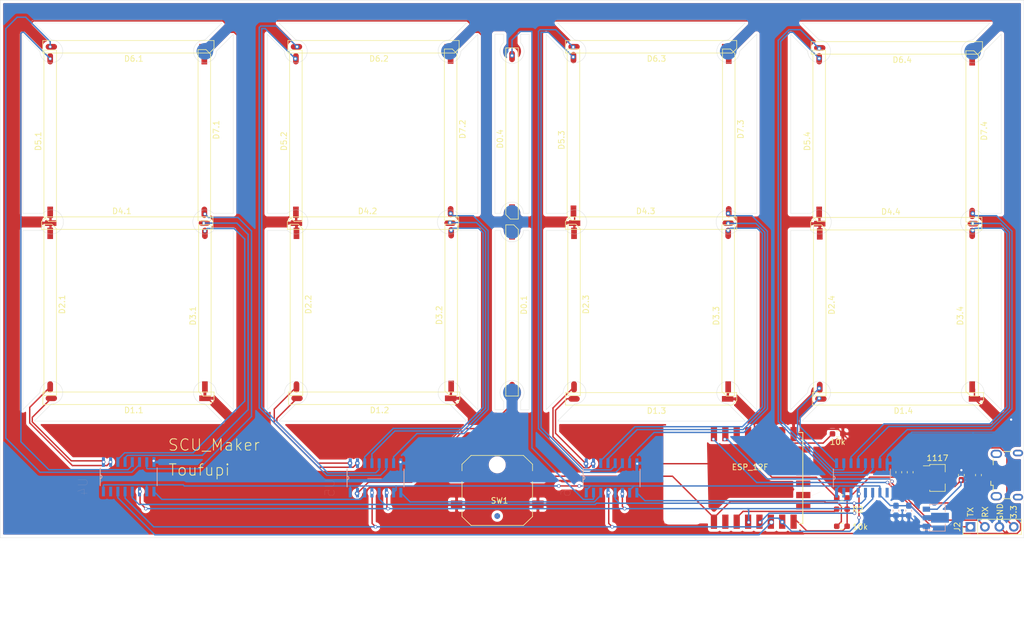
<source format=kicad_pcb>
(kicad_pcb (version 20171130) (host pcbnew "(5.1.8)-1")
  (layers (0 F.Cu signal hide) (31 B.Cu signal) (34 B.Paste user) (35 F.Paste user) (36 B.SilkS user) (37 F.SilkS user) (38 B.Mask user) (39 F.Mask user) (44 Edge.Cuts user))
  (net 0 "")
  (net 1 /SH_CP)
  (net 2 "Net-(C5-Pad1)")
  (net 3 "Net-(D0.4-Pad2)")
  (net 4 "Net-(D1.2-Pad2)")
  (net 5 "Net-(D1.1-Pad2)")
  (net 6 "Net-(D1.4-Pad2)")
  (net 7 "Net-(D1.3-Pad2)")
  (net 8 "Net-(D2.2-Pad2)")
  (net 9 "Net-(D2.1-Pad2)")
  (net 10 "Net-(D2.3-Pad2)")
  (net 11 "Net-(D2.4-Pad2)")
  (net 12 "Net-(D3.3-Pad2)")
  (net 13 "Net-(D3.2-Pad2)")
  (net 14 "Net-(D3.1-Pad2)")
  (net 15 "Net-(D3.4-Pad2)")
  (net 16 "Net-(D4.3-Pad2)")
  (net 17 "Net-(D4.4-Pad2)")
  (net 18 "Net-(D4.2-Pad2)")
  (net 19 "Net-(D4.1-Pad2)")
  (net 20 "Net-(D5.3-Pad2)")
  (net 21 "Net-(D5.4-Pad2)")
  (net 22 "Net-(D5.2-Pad2)")
  (net 23 "Net-(D5.1-Pad2)")
  (net 24 "Net-(D6.2-Pad2)")
  (net 25 "Net-(D6.1-Pad2)")
  (net 26 "Net-(D6.3-Pad2)")
  (net 27 "Net-(D6.4-Pad2)")
  (net 28 "Net-(D7.4-Pad2)")
  (net 29 "Net-(D7.3-Pad2)")
  (net 30 "Net-(D7.2-Pad2)")
  (net 31 "Net-(D7.1-Pad2)")
  (net 32 "Net-(J1-Pad6)")
  (net 33 "Net-(J1-Pad4)")
  (net 34 "Net-(J1-Pad3)")
  (net 35 "Net-(J1-Pad2)")
  (net 36 "Net-(J2-Pad2)")
  (net 37 "Net-(J2-Pad1)")
  (net 38 "Net-(R1-Pad1)")
  (net 39 "Net-(R2-Pad1)")
  (net 40 "Net-(R3-Pad2)")
  (net 41 "Net-(R4-Pad2)")
  (net 42 "Net-(U3-Pad22)")
  (net 43 "Net-(U3-Pad21)")
  (net 44 "Net-(U3-Pad20)")
  (net 45 "Net-(U3-Pad19)")
  (net 46 "Net-(U3-Pad18)")
  (net 47 "Net-(U3-Pad17)")
  (net 48 "Net-(U3-Pad14)")
  (net 49 "Net-(U3-Pad13)")
  (net 50 "Net-(U3-Pad11)")
  (net 51 /OE)
  (net 52 /DS)
  (net 53 /ST_CP)
  (net 54 "Net-(U3-Pad2)")
  (net 55 "Net-(U4-Pad15)")
  (net 56 "Net-(U4-Pad9)")
  (net 57 "Net-(U5-Pad9)")
  (net 58 "Net-(U6-Pad9)")
  (net 59 "Net-(U7-Pad9)")
  (net 60 /GND)
  (net 61 /5v)
  (net 62 "Net-(C3-Pad1)")
  (net 63 "Net-(D0.1-Pad2)")
  (net 64 "Net-(U7-Pad15)")
  (module led26:led_26mm (layer F.Cu) (at 150 103.6 180)
    (fp_text reference D0.1 (at -2.1 0 90) (layer F.SilkS))
    (fp_text value LED)
    (pad 1 smd rect (at 0 12.5 180) (size 1 2) (layers F.Cu F.Paste F.Mask) (net 60 /GND))
    (pad 2 smd oval (at 0 -14.5 180) (size 1 2) (layers F.Cu F.Paste F.Mask) (net 63 "Net-(D0.1-Pad2)"))
  )
  (module ESP8266:ESP-12E_SMD (layer F.Cu) (at 185.5 141 90)
    (fp_text reference ESP_12F (at 8.89 6.35) (layer F.SilkS))
    (fp_text value ESP-12F hide)
    (pad 22 smd rect (at 11.99 15 180) (size 2.5 1.1) (drill (offset -0.7 0)) (layers F.Cu F.Paste F.Mask) (net 42 "Net-(U3-Pad22)"))
    (pad 21 smd rect (at 9.99 15 180) (size 2.5 1.1) (drill (offset -0.7 0)) (layers F.Cu F.Paste F.Mask) (net 43 "Net-(U3-Pad21)"))
    (pad 20 smd rect (at 7.99 15 180) (size 2.5 1.1) (drill (offset -0.7 0)) (layers F.Cu F.Paste F.Mask) (net 44 "Net-(U3-Pad20)"))
    (pad 19 smd rect (at 5.99 15 180) (size 2.5 1.1) (drill (offset -0.7 0)) (layers F.Cu F.Paste F.Mask) (net 45 "Net-(U3-Pad19)"))
    (pad 18 smd rect (at 3.99 15 180) (size 2.5 1.1) (drill (offset -0.7 0)) (layers F.Cu F.Paste F.Mask) (net 46 "Net-(U3-Pad18)"))
    (pad 17 smd rect (at 1.99 15 180) (size 2.5 1.1) (drill (offset -0.7 0)) (layers F.Cu F.Paste F.Mask) (net 47 "Net-(U3-Pad17)"))
    (pad 16 smd rect (at 14 0 90) (size 2.5 1.1) (drill (offset 0.7 0)) (layers F.Cu F.Paste F.Mask) (net 37 "Net-(J2-Pad1)"))
    (pad 15 smd rect (at 14 2 90) (size 2.5 1.1) (drill (offset 0.7 0)) (layers F.Cu F.Paste F.Mask) (net 36 "Net-(J2-Pad2)"))
    (pad 14 smd rect (at 14 4 90) (size 2.5 1.1) (drill (offset 0.7 0)) (layers F.Cu F.Paste F.Mask) (net 48 "Net-(U3-Pad14)"))
    (pad 13 smd rect (at 14 6 90) (size 2.5 1.1) (drill (offset 0.7 0)) (layers F.Cu F.Paste F.Mask) (net 49 "Net-(U3-Pad13)"))
    (pad 12 smd rect (at 14 8 90) (size 2.5 1.1) (drill (offset 0.7 0)) (layers F.Cu F.Paste F.Mask) (net 40 "Net-(R3-Pad2)"))
    (pad 11 smd rect (at 14 10 90) (size 2.5 1.1) (drill (offset 0.7 0)) (layers F.Cu F.Paste F.Mask) (net 50 "Net-(U3-Pad11)"))
    (pad 10 smd rect (at 14 12 90) (size 2.5 1.1) (drill (offset 0.7 0)) (layers F.Cu F.Paste F.Mask) (net 41 "Net-(R4-Pad2)"))
    (pad 9 smd rect (at 14 14 90) (size 2.5 1.1) (drill (offset 0.7 0)) (layers F.Cu F.Paste F.Mask) (net 60 /GND))
    (pad 8 smd rect (at 0 14 90) (size 2.5 1.1) (drill (offset -0.7 0)) (layers F.Cu F.Paste F.Mask) (net 2 "Net-(C5-Pad1)"))
    (pad 7 smd rect (at 0 12 90) (size 2.5 1.1) (drill (offset -0.7 0)) (layers F.Cu F.Paste F.Mask) (net 51 /OE))
    (pad 6 smd rect (at 0 10 90) (size 2.5 1.1) (drill (offset -0.7 0)) (layers F.Cu F.Paste F.Mask) (net 52 /DS))
    (pad 5 smd rect (at 0 8 90) (size 2.5 1.1) (drill (offset -0.7 0)) (layers F.Cu F.Paste F.Mask) (net 53 /ST_CP))
    (pad 4 smd rect (at 0 6 90) (size 2.5 1.1) (drill (offset -0.7 0)) (layers F.Cu F.Paste F.Mask) (net 1 /SH_CP))
    (pad 3 smd rect (at 0 4 90) (size 2.5 1.1) (drill (offset -0.7 0)) (layers F.Cu F.Paste F.Mask) (net 39 "Net-(R2-Pad1)"))
    (pad 2 smd rect (at 0 2 90) (size 2.5 1.1) (drill (offset -0.7 0)) (layers F.Cu F.Paste F.Mask) (net 54 "Net-(U3-Pad2)"))
    (pad 1 smd rect (at 0 0 90) (size 2.5 1.1) (drill (offset -0.7 0)) (layers F.Cu F.Paste F.Mask) (net 38 "Net-(R1-Pad1)"))
  )
  (module 74HC595D_118:SOIC127P600X175-16N (layer B.Cu) (at 126 134 270)
    (fp_text reference U5 (at 1.755625 8.040235 270) (layer B.SilkS) (effects (font (size 1.642827 1.642827) (thickness 0.015)) (justify mirror)))
    (fp_text value 74HC595D,118)
    (pad 16 smd rect (at 2.5908 4.445 270) (size 1.7018 0.5334) (layers B.Cu B.Paste B.Mask) (net 62 "Net-(C3-Pad1)"))
    (pad 15 smd rect (at 2.5908 3.175 270) (size 1.7018 0.5334) (layers B.Cu B.Paste B.Mask) (net 63 "Net-(D0.1-Pad2)"))
    (pad 14 smd rect (at 2.5908 1.905 270) (size 1.7018 0.5334) (layers B.Cu B.Paste B.Mask) (net 56 "Net-(U4-Pad9)"))
    (pad 13 smd rect (at 2.5908 0.635 270) (size 1.7018 0.5334) (layers B.Cu B.Paste B.Mask) (net 51 /OE))
    (pad 12 smd rect (at 2.5908 -0.635 270) (size 1.7018 0.5334) (layers B.Cu B.Paste B.Mask) (net 53 /ST_CP))
    (pad 11 smd rect (at 2.5908 -1.905 270) (size 1.7018 0.5334) (layers B.Cu B.Paste B.Mask) (net 1 /SH_CP))
    (pad 10 smd rect (at 2.5908 -3.175 270) (size 1.7018 0.5334) (layers B.Cu B.Paste B.Mask) (net 62 "Net-(C3-Pad1)"))
    (pad 9 smd rect (at 2.5908 -4.445 270) (size 1.7018 0.5334) (layers B.Cu B.Paste B.Mask) (net 57 "Net-(U5-Pad9)"))
    (pad 8 smd rect (at -2.5908 -4.445 270) (size 1.7018 0.5334) (layers B.Cu B.Paste B.Mask) (net 60 /GND))
    (pad 7 smd rect (at -2.5908 -3.175 270) (size 1.7018 0.5334) (layers B.Cu B.Paste B.Mask) (net 30 "Net-(D7.2-Pad2)"))
    (pad 6 smd rect (at -2.5908 -1.905 270) (size 1.7018 0.5334) (layers B.Cu B.Paste B.Mask) (net 24 "Net-(D6.2-Pad2)"))
    (pad 5 smd rect (at -2.5908 -0.635 270) (size 1.7018 0.5334) (layers B.Cu B.Paste B.Mask) (net 22 "Net-(D5.2-Pad2)"))
    (pad 4 smd rect (at -2.5908 0.635 270) (size 1.7018 0.5334) (layers B.Cu B.Paste B.Mask) (net 18 "Net-(D4.2-Pad2)"))
    (pad 3 smd rect (at -2.5908 1.905 270) (size 1.7018 0.5334) (layers B.Cu B.Paste B.Mask) (net 13 "Net-(D3.2-Pad2)"))
    (pad 2 smd rect (at -2.5908 3.175 270) (size 1.7018 0.5334) (layers B.Cu B.Paste B.Mask) (net 8 "Net-(D2.2-Pad2)"))
    (pad 1 smd rect (at -2.5908 4.445 270) (size 1.7018 0.5334) (layers B.Cu B.Paste B.Mask) (net 4 "Net-(D1.2-Pad2)"))
  )
  (module Package_TO_SOT_SMD:SOT-89-3 (layer F.Cu) (at 224.5 134)
    (fp_text reference 1117 (at 0.3 -3.5) (layer F.SilkS))
    (fp_text value AZ1117-3.3)
    (pad 2 smd custom (at -1.5625 0) (size 1.475 0.9) (layers F.Cu F.Paste F.Mask) (net 2 "Net-(C5-Pad1)") (options (clearance outline) (anchor rect)) (primitives (gr_poly (pts (xy 0.7375 -0.8665) (xy 3.8625 -0.8665) (xy 3.8625 0.8665) (xy 0.7375 0.8665)) (width 0))))
    (pad 3 smd rect (at -1.65 1.5) (size 1.3 0.9) (layers F.Cu F.Paste F.Mask) (net 61 /5v))
    (pad 1 smd rect (at -1.65 -1.5) (size 1.3 0.9) (layers F.Cu F.Paste F.Mask) (net 60 /GND))
  )
  (module Package_TO_SOT_SMD:SOT-89-3 (layer B.Cu) (at 224.5 141)
    (fp_text reference U2 hide)
    (fp_text value AZ1117-3.3)
    (pad 2 smd custom (at -1.5625 0) (size 1.475 0.9) (layers B.Cu B.Paste B.Mask) (net 62 "Net-(C3-Pad1)") (options (clearance outline) (anchor rect)) (primitives (gr_poly (pts (xy 0.7375 0.8665) (xy 3.8625 0.8665) (xy 3.8625 -0.8665) (xy 0.7375 -0.8665)) (width 0))))
    (pad 3 smd rect (at -1.65 -1.5) (size 1.3 0.9) (layers B.Cu B.Paste B.Mask) (net 61 /5v))
    (pad 1 smd rect (at -1.65 1.5) (size 1.3 0.9) (layers B.Cu B.Paste B.Mask) (net 60 /GND))
  )
  (module 74HC595D_118:SOIC127P600X175-16N (layer B.Cu) (at 211.5 134 270)
    (fp_text reference U7 (at 1.755625 8.040235 270) (layer B.SilkS) (effects (font (size 1.642827 1.642827) (thickness 0.015)) (justify mirror)))
    (fp_text value 74HC595D,118)
    (pad 16 smd rect (at 2.5908 4.445 270) (size 1.7018 0.5334) (layers B.Cu B.Paste B.Mask) (net 62 "Net-(C3-Pad1)"))
    (pad 15 smd rect (at 2.5908 3.175 270) (size 1.7018 0.5334) (layers B.Cu B.Paste B.Mask) (net 64 "Net-(U7-Pad15)"))
    (pad 14 smd rect (at 2.5908 1.905 270) (size 1.7018 0.5334) (layers B.Cu B.Paste B.Mask) (net 58 "Net-(U6-Pad9)"))
    (pad 13 smd rect (at 2.5908 0.635 270) (size 1.7018 0.5334) (layers B.Cu B.Paste B.Mask) (net 51 /OE))
    (pad 12 smd rect (at 2.5908 -0.635 270) (size 1.7018 0.5334) (layers B.Cu B.Paste B.Mask) (net 53 /ST_CP))
    (pad 11 smd rect (at 2.5908 -1.905 270) (size 1.7018 0.5334) (layers B.Cu B.Paste B.Mask) (net 1 /SH_CP))
    (pad 10 smd rect (at 2.5908 -3.175 270) (size 1.7018 0.5334) (layers B.Cu B.Paste B.Mask) (net 62 "Net-(C3-Pad1)"))
    (pad 9 smd rect (at 2.5908 -4.445 270) (size 1.7018 0.5334) (layers B.Cu B.Paste B.Mask) (net 59 "Net-(U7-Pad9)"))
    (pad 8 smd rect (at -2.5908 -4.445 270) (size 1.7018 0.5334) (layers B.Cu B.Paste B.Mask) (net 60 /GND))
    (pad 7 smd rect (at -2.5908 -3.175 270) (size 1.7018 0.5334) (layers B.Cu B.Paste B.Mask) (net 28 "Net-(D7.4-Pad2)"))
    (pad 6 smd rect (at -2.5908 -1.905 270) (size 1.7018 0.5334) (layers B.Cu B.Paste B.Mask) (net 27 "Net-(D6.4-Pad2)"))
    (pad 5 smd rect (at -2.5908 -0.635 270) (size 1.7018 0.5334) (layers B.Cu B.Paste B.Mask) (net 21 "Net-(D5.4-Pad2)"))
    (pad 4 smd rect (at -2.5908 0.635 270) (size 1.7018 0.5334) (layers B.Cu B.Paste B.Mask) (net 17 "Net-(D4.4-Pad2)"))
    (pad 3 smd rect (at -2.5908 1.905 270) (size 1.7018 0.5334) (layers B.Cu B.Paste B.Mask) (net 15 "Net-(D3.4-Pad2)"))
    (pad 2 smd rect (at -2.5908 3.175 270) (size 1.7018 0.5334) (layers B.Cu B.Paste B.Mask) (net 11 "Net-(D2.4-Pad2)"))
    (pad 1 smd rect (at -2.5908 4.445 270) (size 1.7018 0.5334) (layers B.Cu B.Paste B.Mask) (net 6 "Net-(D1.4-Pad2)"))
  )
  (module 74HC595D_118:SOIC127P600X175-16N (layer B.Cu) (at 167.5 134 270)
    (fp_text reference U6 (at 1.755625 8.040235 270) (layer B.SilkS) (effects (font (size 1.642827 1.642827) (thickness 0.015)) (justify mirror)))
    (fp_text value 74HC595D,118)
    (pad 16 smd rect (at 2.5908 4.445 270) (size 1.7018 0.5334) (layers B.Cu B.Paste B.Mask) (net 62 "Net-(C3-Pad1)"))
    (pad 15 smd rect (at 2.5908 3.175 270) (size 1.7018 0.5334) (layers B.Cu B.Paste B.Mask) (net 3 "Net-(D0.4-Pad2)"))
    (pad 14 smd rect (at 2.5908 1.905 270) (size 1.7018 0.5334) (layers B.Cu B.Paste B.Mask) (net 57 "Net-(U5-Pad9)"))
    (pad 13 smd rect (at 2.5908 0.635 270) (size 1.7018 0.5334) (layers B.Cu B.Paste B.Mask) (net 51 /OE))
    (pad 12 smd rect (at 2.5908 -0.635 270) (size 1.7018 0.5334) (layers B.Cu B.Paste B.Mask) (net 53 /ST_CP))
    (pad 11 smd rect (at 2.5908 -1.905 270) (size 1.7018 0.5334) (layers B.Cu B.Paste B.Mask) (net 1 /SH_CP))
    (pad 10 smd rect (at 2.5908 -3.175 270) (size 1.7018 0.5334) (layers B.Cu B.Paste B.Mask) (net 62 "Net-(C3-Pad1)"))
    (pad 9 smd rect (at 2.5908 -4.445 270) (size 1.7018 0.5334) (layers B.Cu B.Paste B.Mask) (net 58 "Net-(U6-Pad9)"))
    (pad 8 smd rect (at -2.5908 -4.445 270) (size 1.7018 0.5334) (layers B.Cu B.Paste B.Mask) (net 60 /GND))
    (pad 7 smd rect (at -2.5908 -3.175 270) (size 1.7018 0.5334) (layers B.Cu B.Paste B.Mask) (net 29 "Net-(D7.3-Pad2)"))
    (pad 6 smd rect (at -2.5908 -1.905 270) (size 1.7018 0.5334) (layers B.Cu B.Paste B.Mask) (net 26 "Net-(D6.3-Pad2)"))
    (pad 5 smd rect (at -2.5908 -0.635 270) (size 1.7018 0.5334) (layers B.Cu B.Paste B.Mask) (net 20 "Net-(D5.3-Pad2)"))
    (pad 4 smd rect (at -2.5908 0.635 270) (size 1.7018 0.5334) (layers B.Cu B.Paste B.Mask) (net 16 "Net-(D4.3-Pad2)"))
    (pad 3 smd rect (at -2.5908 1.905 270) (size 1.7018 0.5334) (layers B.Cu B.Paste B.Mask) (net 12 "Net-(D3.3-Pad2)"))
    (pad 2 smd rect (at -2.5908 3.175 270) (size 1.7018 0.5334) (layers B.Cu B.Paste B.Mask) (net 10 "Net-(D2.3-Pad2)"))
    (pad 1 smd rect (at -2.5908 4.445 270) (size 1.7018 0.5334) (layers B.Cu B.Paste B.Mask) (net 7 "Net-(D1.3-Pad2)"))
  )
  (module 74HC595D_118:SOIC127P600X175-16N (layer B.Cu) (at 82.6 133.8 270)
    (fp_text reference U4 (at 1.755625 8.040235 270) (layer B.SilkS) (effects (font (size 1.642827 1.642827) (thickness 0.015)) (justify mirror)))
    (fp_text value 74HC595D,118)
    (pad 16 smd rect (at 2.5908 4.445 270) (size 1.7018 0.5334) (layers B.Cu B.Paste B.Mask) (net 62 "Net-(C3-Pad1)"))
    (pad 15 smd rect (at 2.5908 3.175 270) (size 1.7018 0.5334) (layers B.Cu B.Paste B.Mask) (net 55 "Net-(U4-Pad15)"))
    (pad 14 smd rect (at 2.5908 1.905 270) (size 1.7018 0.5334) (layers B.Cu B.Paste B.Mask) (net 52 /DS))
    (pad 13 smd rect (at 2.5908 0.635 270) (size 1.7018 0.5334) (layers B.Cu B.Paste B.Mask) (net 51 /OE))
    (pad 12 smd rect (at 2.5908 -0.635 270) (size 1.7018 0.5334) (layers B.Cu B.Paste B.Mask) (net 53 /ST_CP))
    (pad 11 smd rect (at 2.5908 -1.905 270) (size 1.7018 0.5334) (layers B.Cu B.Paste B.Mask) (net 1 /SH_CP))
    (pad 10 smd rect (at 2.5908 -3.175 270) (size 1.7018 0.5334) (layers B.Cu B.Paste B.Mask) (net 62 "Net-(C3-Pad1)"))
    (pad 9 smd rect (at 2.5908 -4.445 270) (size 1.7018 0.5334) (layers B.Cu B.Paste B.Mask) (net 56 "Net-(U4-Pad9)"))
    (pad 8 smd rect (at -2.5908 -4.445 270) (size 1.7018 0.5334) (layers B.Cu B.Paste B.Mask) (net 60 /GND))
    (pad 7 smd rect (at -2.5908 -3.175 270) (size 1.7018 0.5334) (layers B.Cu B.Paste B.Mask) (net 31 "Net-(D7.1-Pad2)"))
    (pad 6 smd rect (at -2.5908 -1.905 270) (size 1.7018 0.5334) (layers B.Cu B.Paste B.Mask) (net 25 "Net-(D6.1-Pad2)"))
    (pad 5 smd rect (at -2.5908 -0.635 270) (size 1.7018 0.5334) (layers B.Cu B.Paste B.Mask) (net 23 "Net-(D5.1-Pad2)"))
    (pad 4 smd rect (at -2.5908 0.635 270) (size 1.7018 0.5334) (layers B.Cu B.Paste B.Mask) (net 19 "Net-(D4.1-Pad2)"))
    (pad 3 smd rect (at -2.5908 1.905 270) (size 1.7018 0.5334) (layers B.Cu B.Paste B.Mask) (net 14 "Net-(D3.1-Pad2)"))
    (pad 2 smd rect (at -2.5908 3.175 270) (size 1.7018 0.5334) (layers B.Cu B.Paste B.Mask) (net 9 "Net-(D2.1-Pad2)"))
    (pad 1 smd rect (at -2.5908 4.445 270) (size 1.7018 0.5334) (layers B.Cu B.Paste B.Mask) (net 5 "Net-(D1.1-Pad2)"))
  )
  (module Button_Switch_SMD:SW_Push_1P1T_NO_CK_PTS125Sx43PSMTR (layer F.Cu) (at 147.4 136.2)
    (fp_text reference SW1 (at 0.4 1.8) (layer F.SilkS))
    (fp_text value SW_DIP_x01)
    (pad "" np_thru_hole circle (at 0 -4.5) (size 2 2) (drill 2) (layers *.Cu *.Mask))
    (pad "" np_thru_hole circle (at 0 4.5) (size 1 1) (drill 0.1) (layers *.Cu *.Mask))
    (pad 1 smd rect (at 7.15 -2.5) (size 2 1.5) (layers F.Cu F.Paste F.Mask) (net 38 "Net-(R1-Pad1)"))
    (pad 1 smd rect (at -7.15 -2.5) (size 2 1.5) (layers F.Cu F.Paste F.Mask) (net 38 "Net-(R1-Pad1)"))
    (pad 2 smd rect (at -7.15 2.5) (size 2 1.5) (layers F.Cu F.Paste F.Mask) (net 60 /GND))
    (pad 2 smd rect (at 7.15 2.5) (size 2 1.5) (layers F.Cu F.Paste F.Mask) (net 60 /GND))
  )
  (module Resistor_SMD:R_0603_1608Metric_Pad0.98x0.95mm_HandSolder (layer F.Cu) (at 207.25 126.25 180)
    (fp_text reference 10k (at 0 -1.43) (layer F.SilkS))
    (fp_text value 10k)
    (pad 2 smd roundrect (at 0.9125 0 180) (size 0.975 0.95) (layers F.Cu F.Paste F.Mask) (net 41 "Net-(R4-Pad2)"))
    (pad 1 smd roundrect (at -0.9125 0 180) (size 0.975 0.95) (layers F.Cu F.Paste F.Mask) (net 60 /GND))
  )
  (module Resistor_SMD:R_0603_1608Metric_Pad0.98x0.95mm_HandSolder (layer F.Cu) (at 208 137.5 180)
    (fp_text reference R3 hide)
    (fp_text value 10k)
    (pad 2 smd roundrect (at 0.9125 0 180) (size 0.975 0.95) (layers F.Cu F.Paste F.Mask) (net 40 "Net-(R3-Pad2)"))
    (pad 1 smd roundrect (at -0.9125 0 180) (size 0.975 0.95) (layers F.Cu F.Paste F.Mask) (net 2 "Net-(C5-Pad1)"))
  )
  (module Resistor_SMD:R_0603_1608Metric_Pad0.98x0.95mm_HandSolder (layer F.Cu) (at 208 139.5)
    (fp_text reference R2 (at 2.8 0.1) (layer F.SilkS))
    (fp_text value 10k hide)
    (pad 2 smd roundrect (at 0.9125 0) (size 0.975 0.95) (layers F.Cu F.Paste F.Mask) (net 2 "Net-(C5-Pad1)"))
    (pad 1 smd roundrect (at -0.9125 0) (size 0.975 0.95) (layers F.Cu F.Paste F.Mask) (net 39 "Net-(R2-Pad1)"))
  )
  (module Resistor_SMD:R_0603_1608Metric_Pad0.98x0.95mm_HandSolder (layer F.Cu) (at 208 142.5)
    (fp_text reference 10k (at 3.2 0.1) (layer F.SilkS))
    (fp_text value 10k hide)
    (pad 2 smd roundrect (at 0.9125 0) (size 0.975 0.95) (layers F.Cu F.Paste F.Mask) (net 2 "Net-(C5-Pad1)"))
    (pad 1 smd roundrect (at -0.9125 0) (size 0.975 0.95) (layers F.Cu F.Paste F.Mask) (net 38 "Net-(R1-Pad1)"))
  )
  (module Connector_PinHeader_2.54mm:PinHeader_1x04_P2.54mm_Vertical (layer F.Cu) (at 230.6 142.6 90)
    (fp_text reference J2 (at 0 -2.33 90) (layer F.SilkS))
    (fp_text value Conn_01x04)
    (pad 4 thru_hole oval (at 0 7.62 90) (size 1.7 1.7) (drill 1) (layers *.Cu *.Mask) (net 2 "Net-(C5-Pad1)"))
    (pad 3 thru_hole oval (at 0 5.08 90) (size 1.7 1.7) (drill 1) (layers *.Cu *.Mask) (net 60 /GND))
    (pad 2 thru_hole oval (at 0 2.54 90) (size 1.7 1.7) (drill 1) (layers *.Cu *.Mask) (net 36 "Net-(J2-Pad2)"))
    (pad 1 thru_hole rect (at 0 0 90) (size 1.7 1.7) (drill 1) (layers *.Cu *.Mask) (net 37 "Net-(J2-Pad1)"))
  )
  (module Connector_USB:USB_Micro-B_Wuerth_629105150521 (layer F.Cu) (at 237 133.5 90)
    (fp_text reference J1 hide)
    (fp_text value USB_B_Micro)
    (pad "" np_thru_hole oval (at 2.5 -0.8 90) (size 0.8 0.8) (drill 0.8) (layers *.Cu *.Mask))
    (pad "" np_thru_hole oval (at -2.5 -0.8 90) (size 0.8 0.8) (drill 0.8) (layers *.Cu *.Mask))
    (pad 6 thru_hole oval (at 3.875 1.95 90) (size 1.15 1.8) (drill oval 0.55 1.2) (layers *.Cu *.Mask) (net 32 "Net-(J1-Pad6)"))
    (pad 6 thru_hole oval (at -3.875 1.95 90) (size 1.15 1.8) (drill oval 0.55 1.2) (layers *.Cu *.Mask) (net 32 "Net-(J1-Pad6)"))
    (pad 6 thru_hole oval (at 3.725 -1.85 90) (size 1.45 2) (drill oval 0.85 1.4) (layers *.Cu *.Mask) (net 32 "Net-(J1-Pad6)"))
    (pad 6 thru_hole oval (at -3.725 -1.85 90) (size 1.45 2) (drill oval 0.85 1.4) (layers *.Cu *.Mask) (net 32 "Net-(J1-Pad6)"))
    (pad 5 smd rect (at 1.3 -1.9 90) (size 0.45 1.3) (layers F.Cu F.Paste F.Mask) (net 60 /GND))
    (pad 4 smd rect (at 0.65 -1.9 90) (size 0.45 1.3) (layers F.Cu F.Paste F.Mask) (net 33 "Net-(J1-Pad4)"))
    (pad 3 smd rect (at 0 -1.9 90) (size 0.45 1.3) (layers F.Cu F.Paste F.Mask) (net 34 "Net-(J1-Pad3)"))
    (pad 2 smd rect (at -0.65 -1.9 90) (size 0.45 1.3) (layers F.Cu F.Paste F.Mask) (net 35 "Net-(J1-Pad2)"))
    (pad 1 smd rect (at -1.3 -1.9 90) (size 0.45 1.3) (layers F.Cu F.Paste F.Mask) (net 61 /5v))
  )
  (module led26:led_26mm (layer F.Cu) (at 95.9 72.8 180)
    (fp_text reference D7.1 (at -2.1 0 90) (layer F.SilkS))
    (fp_text value LED)
    (pad 1 smd rect (at 0 12.5 180) (size 1 2) (layers F.Cu F.Paste F.Mask) (net 60 /GND))
    (pad 2 smd oval (at 0 -14.5 180) (size 1 2) (layers F.Cu F.Paste F.Mask) (net 31 "Net-(D7.1-Pad2)"))
  )
  (module led26:led_26mm (layer F.Cu) (at 139.2 72.7 180)
    (fp_text reference D7.2 (at -2.1 0 90) (layer F.SilkS))
    (fp_text value LED)
    (pad 1 smd rect (at 0 12.5 180) (size 1 2) (layers F.Cu F.Paste F.Mask) (net 60 /GND))
    (pad 2 smd oval (at 0 -14.5 180) (size 1 2) (layers F.Cu F.Paste F.Mask) (net 30 "Net-(D7.2-Pad2)"))
  )
  (module led26:led_26mm (layer F.Cu) (at 188.1 72.7 180)
    (fp_text reference D7.3 (at -2.1 0 90) (layer F.SilkS))
    (fp_text value LED)
    (pad 1 smd rect (at 0 12.5 180) (size 1 2) (layers F.Cu F.Paste F.Mask) (net 60 /GND))
    (pad 2 smd oval (at 0 -14.5 180) (size 1 2) (layers F.Cu F.Paste F.Mask) (net 29 "Net-(D7.3-Pad2)"))
  )
  (module led26:led_26mm (layer F.Cu) (at 230.9 73 180)
    (fp_text reference D7.4 (at -2.1 0 90) (layer F.SilkS))
    (fp_text value LED)
    (pad 1 smd rect (at 0 12.5 180) (size 1 2) (layers F.Cu F.Paste F.Mask) (net 60 /GND))
    (pad 2 smd oval (at 0 -14.5 180) (size 1 2) (layers F.Cu F.Paste F.Mask) (net 28 "Net-(D7.4-Pad2)"))
  )
  (module led26:led_26mm (layer F.Cu) (at 218.6 58.4 90)
    (fp_text reference D6.4 (at -2.1 0) (layer F.SilkS))
    (fp_text value LED)
    (pad 1 smd rect (at 0 12.5 90) (size 1 2) (layers F.Cu F.Paste F.Mask) (net 60 /GND))
    (pad 2 smd oval (at 0 -14.5 90) (size 1 2) (layers F.Cu F.Paste F.Mask) (net 27 "Net-(D6.4-Pad2)"))
  )
  (module led26:led_26mm (layer F.Cu) (at 175.4 58.2 90)
    (fp_text reference D6.3 (at -2.1 0) (layer F.SilkS))
    (fp_text value LED)
    (pad 1 smd rect (at 0 12.5 90) (size 1 2) (layers F.Cu F.Paste F.Mask) (net 60 /GND))
    (pad 2 smd oval (at 0 -14.5 90) (size 1 2) (layers F.Cu F.Paste F.Mask) (net 26 "Net-(D6.3-Pad2)"))
  )
  (module led26:led_26mm (layer F.Cu) (at 83.5 58.2 90)
    (fp_text reference D6.1 (at -2.1 0) (layer F.SilkS))
    (fp_text value LED)
    (pad 1 smd rect (at 0 12.5 90) (size 1 2) (layers F.Cu F.Paste F.Mask) (net 60 /GND))
    (pad 2 smd oval (at 0 -14.5 90) (size 1 2) (layers F.Cu F.Paste F.Mask) (net 25 "Net-(D6.1-Pad2)"))
  )
  (module led26:led_26mm (layer F.Cu) (at 126.6 58.2 90)
    (fp_text reference D6.2 (at -2.1 0) (layer F.SilkS))
    (fp_text value LED)
    (pad 1 smd rect (at 0 12.5 90) (size 1 2) (layers F.Cu F.Paste F.Mask) (net 60 /GND))
    (pad 2 smd oval (at 0 -14.5 90) (size 1 2) (layers F.Cu F.Paste F.Mask) (net 24 "Net-(D6.2-Pad2)"))
  )
  (module led26:led_26mm (layer F.Cu) (at 68.8 74.8)
    (fp_text reference D5.1 (at -2.1 0 90) (layer F.SilkS))
    (fp_text value LED)
    (pad 1 smd rect (at 0 12.5) (size 1 2) (layers F.Cu F.Paste F.Mask) (net 60 /GND))
    (pad 2 smd oval (at 0 -14.5) (size 1 2) (layers F.Cu F.Paste F.Mask) (net 23 "Net-(D5.1-Pad2)"))
  )
  (module led26:led_26mm (layer F.Cu) (at 112 74.8)
    (fp_text reference D5.2 (at -2.1 0 90) (layer F.SilkS))
    (fp_text value LED)
    (pad 1 smd rect (at 0 12.5) (size 1 2) (layers F.Cu F.Paste F.Mask) (net 60 /GND))
    (pad 2 smd oval (at 0 -14.5) (size 1 2) (layers F.Cu F.Paste F.Mask) (net 22 "Net-(D5.2-Pad2)"))
  )
  (module led26:led_26mm (layer F.Cu) (at 204 74.8)
    (fp_text reference D5.4 (at -2.1 0 90) (layer F.SilkS))
    (fp_text value LED)
    (pad 1 smd rect (at 0 12.5) (size 1 2) (layers F.Cu F.Paste F.Mask) (net 60 /GND))
    (pad 2 smd oval (at 0 -14.5) (size 1 2) (layers F.Cu F.Paste F.Mask) (net 21 "Net-(D5.4-Pad2)"))
  )
  (module led26:led_26mm (layer F.Cu) (at 160.8 74.6)
    (fp_text reference D5.3 (at -2.1 0 90) (layer F.SilkS))
    (fp_text value LED)
    (pad 1 smd rect (at 0 12.5) (size 1 2) (layers F.Cu F.Paste F.Mask) (net 60 /GND))
    (pad 2 smd oval (at 0 -14.5) (size 1 2) (layers F.Cu F.Paste F.Mask) (net 20 "Net-(D5.3-Pad2)"))
  )
  (module led26:led_26mm (layer F.Cu) (at 81.4 89.2 270)
    (fp_text reference D4.1 (at -2.1 0) (layer F.SilkS))
    (fp_text value LED)
    (pad 1 smd rect (at 0 12.5 270) (size 1 2) (layers F.Cu F.Paste F.Mask) (net 60 /GND))
    (pad 2 smd oval (at 0 -14.5 270) (size 1 2) (layers F.Cu F.Paste F.Mask) (net 19 "Net-(D4.1-Pad2)"))
  )
  (module led26:led_26mm (layer F.Cu) (at 124.6 89.2 270)
    (fp_text reference D4.2 (at -2.1 0) (layer F.SilkS))
    (fp_text value LED)
    (pad 1 smd rect (at 0 12.5 270) (size 1 2) (layers F.Cu F.Paste F.Mask) (net 60 /GND))
    (pad 2 smd oval (at 0 -14.5 270) (size 1 2) (layers F.Cu F.Paste F.Mask) (net 18 "Net-(D4.2-Pad2)"))
  )
  (module led26:led_26mm (layer F.Cu) (at 216.6 89.3 270)
    (fp_text reference D4.4 (at -2.1 0) (layer F.SilkS))
    (fp_text value LED)
    (pad 1 smd rect (at 0 12.5 270) (size 1 2) (layers F.Cu F.Paste F.Mask) (net 60 /GND))
    (pad 2 smd oval (at 0 -14.5 270) (size 1 2) (layers F.Cu F.Paste F.Mask) (net 17 "Net-(D4.4-Pad2)"))
  )
  (module led26:led_26mm (layer F.Cu) (at 173.5 89.2 270)
    (fp_text reference D4.3 (at -2.1 0) (layer F.SilkS))
    (fp_text value LED)
    (pad 1 smd rect (at 0 12.5 270) (size 1 2) (layers F.Cu F.Paste F.Mask) (net 60 /GND))
    (pad 2 smd oval (at 0 -14.5 270) (size 1 2) (layers F.Cu F.Paste F.Mask) (net 16 "Net-(D4.3-Pad2)"))
  )
  (module led26:led_26mm (layer F.Cu) (at 230.9 105.5)
    (fp_text reference D3.4 (at -2.1 0 90) (layer F.SilkS))
    (fp_text value LED)
    (pad 1 smd rect (at 0 12.5) (size 1 2) (layers F.Cu F.Paste F.Mask) (net 60 /GND))
    (pad 2 smd oval (at 0 -14.5) (size 1 2) (layers F.Cu F.Paste F.Mask) (net 15 "Net-(D3.4-Pad2)"))
  )
  (module led26:led_26mm (layer F.Cu) (at 96 105.5)
    (fp_text reference D3.1 (at -2.1 0 90) (layer F.SilkS))
    (fp_text value LED)
    (pad 1 smd rect (at 0 12.5) (size 1 2) (layers F.Cu F.Paste F.Mask) (net 60 /GND))
    (pad 2 smd oval (at 0 -14.5) (size 1 2) (layers F.Cu F.Paste F.Mask) (net 14 "Net-(D3.1-Pad2)"))
  )
  (module led26:led_26mm (layer F.Cu) (at 139.3 105.4)
    (fp_text reference D3.2 (at -2.1 0 90) (layer F.SilkS))
    (fp_text value LED)
    (pad 1 smd rect (at 0 12.5) (size 1 2) (layers F.Cu F.Paste F.Mask) (net 60 /GND))
    (pad 2 smd oval (at 0 -14.5) (size 1 2) (layers F.Cu F.Paste F.Mask) (net 13 "Net-(D3.2-Pad2)"))
  )
  (module led26:led_26mm (layer F.Cu) (at 188 105.5)
    (fp_text reference D3.3 (at -2.1 0 90) (layer F.SilkS))
    (fp_text value LED)
    (pad 1 smd rect (at 0 12.5) (size 1 2) (layers F.Cu F.Paste F.Mask) (net 60 /GND))
    (pad 2 smd oval (at 0 -14.5) (size 1 2) (layers F.Cu F.Paste F.Mask) (net 12 "Net-(D3.3-Pad2)"))
  )
  (module led26:led_26mm (layer F.Cu) (at 204.1 103.6 180)
    (fp_text reference D2.4 (at -2.1 0 90) (layer F.SilkS))
    (fp_text value LED)
    (pad 1 smd rect (at 0 12.5 180) (size 1 2) (layers F.Cu F.Paste F.Mask) (net 60 /GND))
    (pad 2 smd oval (at 0 -14.5 180) (size 1 2) (layers F.Cu F.Paste F.Mask) (net 11 "Net-(D2.4-Pad2)"))
  )
  (module led26:led_26mm (layer F.Cu) (at 160.9 103.5 180)
    (fp_text reference D2.3 (at -2.1 0 90) (layer F.SilkS))
    (fp_text value LED)
    (pad 1 smd rect (at 0 12.5 180) (size 1 2) (layers F.Cu F.Paste F.Mask) (net 60 /GND))
    (pad 2 smd oval (at 0 -14.5 180) (size 1 2) (layers F.Cu F.Paste F.Mask) (net 10 "Net-(D2.3-Pad2)"))
  )
  (module led26:led_26mm (layer F.Cu) (at 68.8 103.5 180)
    (fp_text reference D2.1 (at -2.1 0 90) (layer F.SilkS))
    (fp_text value LED)
    (pad 1 smd rect (at 0 12.5 180) (size 1 2) (layers F.Cu F.Paste F.Mask) (net 60 /GND))
    (pad 2 smd oval (at 0 -14.5 180) (size 1 2) (layers F.Cu F.Paste F.Mask) (net 9 "Net-(D2.1-Pad2)"))
  )
  (module led26:led_26mm (layer F.Cu) (at 112.1 103.5 180)
    (fp_text reference D2.2 (at -2.1 0 90) (layer F.SilkS))
    (fp_text value LED)
    (pad 1 smd rect (at 0 12.5 180) (size 1 2) (layers F.Cu F.Paste F.Mask) (net 60 /GND))
    (pad 2 smd oval (at 0 -14.5 180) (size 1 2) (layers F.Cu F.Paste F.Mask) (net 8 "Net-(D2.2-Pad2)"))
  )
  (module led26:led_26mm (layer F.Cu) (at 175.4 120.1 90)
    (fp_text reference D1.3 (at -2.1 0) (layer F.SilkS))
    (fp_text value LED)
    (pad 1 smd rect (at 0 12.5 90) (size 1 2) (layers F.Cu F.Paste F.Mask) (net 60 /GND))
    (pad 2 smd oval (at 0 -14.5 90) (size 1 2) (layers F.Cu F.Paste F.Mask) (net 7 "Net-(D1.3-Pad2)"))
  )
  (module led26:led_26mm (layer F.Cu) (at 218.8 120.1 90)
    (fp_text reference D1.4 (at -2.1 0) (layer F.SilkS))
    (fp_text value LED)
    (pad 1 smd rect (at 0 12.5 90) (size 1 2) (layers F.Cu F.Paste F.Mask) (net 60 /GND))
    (pad 2 smd oval (at 0 -14.5 90) (size 1 2) (layers F.Cu F.Paste F.Mask) (net 6 "Net-(D1.4-Pad2)"))
  )
  (module led26:led_26mm (layer F.Cu) (at 83.5 120 90)
    (fp_text reference D1.1 (at -2.1 0) (layer F.SilkS))
    (fp_text value LED)
    (pad 1 smd rect (at 0 12.5 90) (size 1 2) (layers F.Cu F.Paste F.Mask) (net 60 /GND))
    (pad 2 smd oval (at 0 -14.5 90) (size 1 2) (layers F.Cu F.Paste F.Mask) (net 5 "Net-(D1.1-Pad2)"))
  )
  (module led26:led_26mm (layer F.Cu) (at 126.7 120 90)
    (fp_text reference D1.2 (at -2.1 0) (layer F.SilkS))
    (fp_text value LED)
    (pad 1 smd rect (at 0 12.5 90) (size 1 2) (layers F.Cu F.Paste F.Mask) (net 60 /GND))
    (pad 2 smd oval (at 0 -14.5 90) (size 1 2) (layers F.Cu F.Paste F.Mask) (net 4 "Net-(D1.2-Pad2)"))
  )
  (module led26:led_26mm (layer F.Cu) (at 150 74.4)
    (fp_text reference D0.4 (at -2.1 0 90) (layer F.SilkS))
    (fp_text value LED)
    (pad 1 smd rect (at 0 12.5) (size 1 2) (layers F.Cu F.Paste F.Mask) (net 60 /GND))
    (pad 2 smd oval (at 0 -14.5) (size 1 2) (layers F.Cu F.Paste F.Mask) (net 3 "Net-(D0.4-Pad2)"))
  )
  (module Capacitor_SMD:C_0603_1608Metric_Pad1.08x0.95mm_HandSolder (layer F.Cu) (at 218 133 90)
    (fp_text reference C6 hide)
    (fp_text value 10uf)
    (pad 2 smd roundrect (at 0.8625 0 90) (size 1.075 0.95) (layers F.Cu F.Paste F.Mask) (net 60 /GND))
    (pad 1 smd roundrect (at -0.8625 0 90) (size 1.075 0.95) (layers F.Cu F.Paste F.Mask) (net 2 "Net-(C5-Pad1)"))
  )
  (module Capacitor_SMD:C_0603_1608Metric_Pad1.08x0.95mm_HandSolder (layer F.Cu) (at 220 133 90)
    (fp_text reference C5 hide)
    (fp_text value 0.1uf)
    (pad 2 smd roundrect (at 0.8625 0 90) (size 1.075 0.95) (layers F.Cu F.Paste F.Mask) (net 60 /GND))
    (pad 1 smd roundrect (at -0.8625 0 90) (size 1.075 0.95) (layers F.Cu F.Paste F.Mask) (net 2 "Net-(C5-Pad1)"))
  )
  (module Capacitor_SMD:C_0603_1608Metric_Pad1.08x0.95mm_HandSolder (layer B.Cu) (at 217.5 139.75 270)
    (fp_text reference C4 hide)
    (fp_text value 10uf)
    (pad 2 smd roundrect (at 0.8625 0 270) (size 1.075 0.95) (layers B.Cu B.Paste B.Mask) (net 60 /GND))
    (pad 1 smd roundrect (at -0.8625 0 270) (size 1.075 0.95) (layers B.Cu B.Paste B.Mask) (net 62 "Net-(C3-Pad1)"))
  )
  (module Capacitor_SMD:C_0603_1608Metric_Pad1.08x0.95mm_HandSolder (layer B.Cu) (at 219.75 139.75 270)
    (fp_text reference C3 hide)
    (fp_text value 0.1uf)
    (pad 2 smd roundrect (at 0.8625 0 270) (size 1.075 0.95) (layers B.Cu B.Paste B.Mask) (net 60 /GND))
    (pad 1 smd roundrect (at -0.8625 0 270) (size 1.075 0.95) (layers B.Cu B.Paste B.Mask) (net 62 "Net-(C3-Pad1)"))
  )
  (module Capacitor_SMD:C_0603_1608Metric_Pad1.08x0.95mm_HandSolder (layer F.Cu) (at 232 133.5 90)
    (fp_text reference C2 hide)
    (fp_text value 0.1uf)
    (pad 2 smd roundrect (at 0.8625 0 90) (size 1.075 0.95) (layers F.Cu F.Paste F.Mask) (net 60 /GND))
    (pad 1 smd roundrect (at -0.8625 0 90) (size 1.075 0.95) (layers F.Cu F.Paste F.Mask) (net 61 /5v))
  )
  (module Capacitor_SMD:C_0603_1608Metric_Pad1.08x0.95mm_HandSolder (layer F.Cu) (at 229 133.5 90)
    (fp_text reference C1 hide)
    (fp_text value 10uf)
    (pad 2 smd roundrect (at 0.8625 0 90) (size 1.075 0.95) (layers F.Cu F.Paste F.Mask) (net 60 /GND))
    (pad 1 smd roundrect (at -0.8625 0 90) (size 1.075 0.95) (layers F.Cu F.Paste F.Mask) (net 61 /5v))
  )
  (gr_text Toufupi (at 95 132.6) (layer F.SilkS) (effects (font (size 2 2))))
  (gr_text SCU_Maker (at 97.6 128.2) (layer F.SilkS) (effects (font (size 2 2))))
  (gr_text RX (at 233.2 140 90) (layer F.SilkS) (effects (font (size 1 1))))
  (gr_text TX (at 230.6 140 90) (layer F.SilkS) (effects (font (size 1 1))))
  (gr_text GND (at 235.8 140 90) (layer F.SilkS) (effects (font (size 1 1))))
  (gr_text 3.3 (at 238.2 140 90) (layer F.SilkS) (effects (font (size 1 1))))
  (gr_line (start 240 144.5) (end 240 143) (layer Edge.Cuts) (width 0.05))
  (gr_line (start 60 144.5) (end 240 144.5) (layer Edge.Cuts) (width 0.05))
  (gr_line (start 60 143) (end 60 144.5) (layer Edge.Cuts) (width 0.05))
  (gr_line (start 240 143) (end 240 140) (layer Edge.Cuts) (width 0.05))
  (gr_line (start 60 140) (end 60 143) (layer Edge.Cuts) (width 0.05))
  (gr_arc (start 150 119) (end 151.499999 120.499999) (angle -270) (layer Edge.Cuts) (width 0.05))
  (gr_line (start 153 122) (end 153 90.5) (layer Edge.Cuts) (width 0.05))
  (gr_line (start 148.5 122) (end 147 122) (layer Edge.Cuts) (width 0.05))
  (gr_line (start 147 90.5) (end 147 122) (layer Edge.Cuts) (width 0.05))
  (gr_line (start 151.5 122) (end 153 122) (layer Edge.Cuts) (width 0.05))
  (gr_arc (start 150 90.5) (end 148 90.5) (angle -180) (layer Edge.Cuts) (width 0.05))
  (gr_line (start 151.5 122) (end 151.5 120.5) (layer Edge.Cuts) (width 0.05))
  (gr_line (start 152 90.5) (end 153 90.5) (layer Edge.Cuts) (width 0.05))
  (gr_line (start 148.5 122) (end 148.5 120.5) (layer Edge.Cuts) (width 0.05))
  (gr_line (start 148 90.5) (end 147 90.5) (layer Edge.Cuts) (width 0.05))
  (gr_line (start 148 87.5) (end 147 87.5) (layer Edge.Cuts) (width 0.05))
  (gr_line (start 152 87.5) (end 153 87.5) (layer Edge.Cuts) (width 0.05))
  (gr_arc (start 150 87.5) (end 152 87.5) (angle -180) (layer Edge.Cuts) (width 0.05))
  (gr_line (start 148.5 56) (end 147 56) (layer Edge.Cuts) (width 0.05))
  (gr_line (start 151.5 56) (end 153 56) (layer Edge.Cuts) (width 0.05))
  (gr_line (start 153 87.5) (end 153 56) (layer Edge.Cuts) (width 0.05))
  (gr_line (start 147 56) (end 147 87.5) (layer Edge.Cuts) (width 0.05))
  (gr_arc (start 150 59) (end 148.500001 57.500001) (angle -270) (layer Edge.Cuts) (width 0.05))
  (gr_line (start 151.5 56) (end 151.5 57.5) (layer Edge.Cuts) (width 0.05))
  (gr_line (start 148.5 56) (end 148.5 57.5) (layer Edge.Cuts) (width 0.05))
  (gr_line (start 233 119) (end 236 122) (layer Edge.Cuts) (width 0.05))
  (gr_line (start 199 87.5) (end 202 87.5) (layer Edge.Cuts) (width 0.05))
  (gr_line (start 199 122) (end 199 90.5) (layer Edge.Cuts) (width 0.05))
  (gr_line (start 201 124) (end 234 124) (layer Edge.Cuts) (width 0.05))
  (gr_line (start 190 90.5) (end 189.5 90.5) (layer Edge.Cuts) (width 0.05))
  (gr_line (start 236 87.5) (end 236 56) (layer Edge.Cuts) (width 0.05))
  (gr_line (start 202 59) (end 199 56) (layer Edge.Cuts) (width 0.05))
  (gr_arc (start 231 59) (end 231 57.000002) (angle -270.0000286) (layer Edge.Cuts) (width 0.05))
  (gr_line (start 202.5 90.5) (end 202 90.5) (layer Edge.Cuts) (width 0.05))
  (gr_arc (start 231 89) (end 232.499999 87.500001) (angle -270) (layer Edge.Cuts) (width 0.05))
  (gr_line (start 202.5 87.5) (end 202 87.5) (layer Edge.Cuts) (width 0.05))
  (gr_line (start 159.5 90.5) (end 159 90.5) (layer Edge.Cuts) (width 0.05))
  (gr_arc (start 188 89) (end 189.499999 87.500001) (angle -270) (layer Edge.Cuts) (width 0.05))
  (gr_line (start 201 54) (end 234 54) (layer Edge.Cuts) (width 0.05))
  (gr_line (start 236 87.5) (end 233 87.5) (layer Edge.Cuts) (width 0.05))
  (gr_line (start 199 90.5) (end 202 90.5) (layer Edge.Cuts) (width 0.05))
  (gr_line (start 159.5 87.5) (end 159 87.5) (layer Edge.Cuts) (width 0.05))
  (gr_line (start 193 90.5) (end 190 90.5) (layer Edge.Cuts) (width 0.05))
  (gr_line (start 236 122) (end 236 90.5) (layer Edge.Cuts) (width 0.05))
  (gr_line (start 234 124) (end 231 121) (layer Edge.Cuts) (width 0.05))
  (gr_line (start 204 121) (end 201 124) (layer Edge.Cuts) (width 0.05))
  (gr_arc (start 204 59) (end 202 59) (angle -270.0000286) (layer Edge.Cuts) (width 0.05))
  (gr_line (start 233 90.5) (end 232.5 90.5) (layer Edge.Cuts) (width 0.05))
  (gr_line (start 191 54) (end 188 57) (layer Edge.Cuts) (width 0.05))
  (gr_line (start 156 122) (end 159 119) (layer Edge.Cuts) (width 0.05))
  (gr_line (start 158 54) (end 191 54) (layer Edge.Cuts) (width 0.05))
  (gr_line (start 193 87.5) (end 190 87.5) (layer Edge.Cuts) (width 0.05))
  (gr_line (start 156 90.5) (end 159 90.5) (layer Edge.Cuts) (width 0.05))
  (gr_line (start 193 122) (end 193 90.5) (layer Edge.Cuts) (width 0.05))
  (gr_line (start 191 124) (end 188 121) (layer Edge.Cuts) (width 0.05))
  (gr_line (start 233 87.5) (end 232.499999 87.500001) (layer Edge.Cuts) (width 0.05))
  (gr_arc (start 204 89) (end 202.500001 90.499999) (angle -270) (layer Edge.Cuts) (width 0.05))
  (gr_line (start 161 121) (end 158 124) (layer Edge.Cuts) (width 0.05))
  (gr_line (start 156 87.5) (end 159 87.5) (layer Edge.Cuts) (width 0.05))
  (gr_line (start 156 122) (end 156 90.5) (layer Edge.Cuts) (width 0.05))
  (gr_line (start 158 124) (end 191 124) (layer Edge.Cuts) (width 0.05))
  (gr_arc (start 161 119) (end 161 121) (angle -270) (layer Edge.Cuts) (width 0.05))
  (gr_arc (start 231 119) (end 233 119) (angle -270) (layer Edge.Cuts) (width 0.05))
  (gr_line (start 158 54) (end 161 57) (layer Edge.Cuts) (width 0.05))
  (gr_line (start 156 87.5) (end 156 56) (layer Edge.Cuts) (width 0.05))
  (gr_line (start 233 59) (end 236 56) (layer Edge.Cuts) (width 0.05))
  (gr_line (start 193 87.5) (end 193 56) (layer Edge.Cuts) (width 0.05))
  (gr_line (start 159 59) (end 156 56) (layer Edge.Cuts) (width 0.05))
  (gr_line (start 236 90.5) (end 233 90.5) (layer Edge.Cuts) (width 0.05))
  (gr_line (start 234 54) (end 231 57) (layer Edge.Cuts) (width 0.05))
  (gr_line (start 199 122) (end 202 119) (layer Edge.Cuts) (width 0.05))
  (gr_line (start 190 119) (end 193 122) (layer Edge.Cuts) (width 0.05))
  (gr_line (start 190 59) (end 193 56) (layer Edge.Cuts) (width 0.05))
  (gr_arc (start 161 59) (end 159 59) (angle -270.0000286) (layer Edge.Cuts) (width 0.05))
  (gr_arc (start 188 119) (end 190 119) (angle -270) (layer Edge.Cuts) (width 0.05))
  (gr_line (start 190 87.5) (end 189.499999 87.500001) (layer Edge.Cuts) (width 0.05))
  (gr_arc (start 161 89) (end 159.500001 90.499999) (angle -270) (layer Edge.Cuts) (width 0.05))
  (gr_arc (start 204 119) (end 204 121) (angle -270) (layer Edge.Cuts) (width 0.05))
  (gr_line (start 201 54) (end 204 57) (layer Edge.Cuts) (width 0.05))
  (gr_line (start 199 87.5) (end 199 56) (layer Edge.Cuts) (width 0.05))
  (gr_arc (start 188 59) (end 188 57.000002) (angle -270.0000286) (layer Edge.Cuts) (width 0.05))
  (gr_line (start 141 90.5) (end 140.5 90.5) (layer Edge.Cuts) (width 0.05))
  (gr_line (start 110.5 90.5) (end 110 90.5) (layer Edge.Cuts) (width 0.05))
  (gr_arc (start 139 89) (end 140.499999 87.500001) (angle -270) (layer Edge.Cuts) (width 0.05))
  (gr_line (start 110.5 87.5) (end 110 87.5) (layer Edge.Cuts) (width 0.05))
  (gr_line (start 144 90.5) (end 141 90.5) (layer Edge.Cuts) (width 0.05))
  (gr_line (start 142 54) (end 139 57) (layer Edge.Cuts) (width 0.05))
  (gr_line (start 107 122) (end 110 119) (layer Edge.Cuts) (width 0.05))
  (gr_line (start 109 54) (end 142 54) (layer Edge.Cuts) (width 0.05))
  (gr_line (start 144 87.5) (end 141 87.5) (layer Edge.Cuts) (width 0.05))
  (gr_line (start 107 90.5) (end 110 90.5) (layer Edge.Cuts) (width 0.05))
  (gr_line (start 144 122) (end 144 90.5) (layer Edge.Cuts) (width 0.05))
  (gr_line (start 142 124) (end 139 121) (layer Edge.Cuts) (width 0.05))
  (gr_line (start 112 121) (end 109 124) (layer Edge.Cuts) (width 0.05))
  (gr_line (start 107 87.5) (end 110 87.5) (layer Edge.Cuts) (width 0.05))
  (gr_line (start 107 122) (end 107 90.5) (layer Edge.Cuts) (width 0.05))
  (gr_line (start 109 124) (end 142 124) (layer Edge.Cuts) (width 0.05))
  (gr_arc (start 112 119) (end 112 121) (angle -270) (layer Edge.Cuts) (width 0.05))
  (gr_line (start 109 54) (end 112 57) (layer Edge.Cuts) (width 0.05))
  (gr_line (start 107 87.5) (end 107 56) (layer Edge.Cuts) (width 0.05))
  (gr_line (start 144 87.5) (end 144 56) (layer Edge.Cuts) (width 0.05))
  (gr_line (start 110 59) (end 107 56) (layer Edge.Cuts) (width 0.05))
  (gr_line (start 141 119) (end 144 122) (layer Edge.Cuts) (width 0.05))
  (gr_line (start 141 59) (end 144 56) (layer Edge.Cuts) (width 0.05))
  (gr_arc (start 112 59) (end 110 59) (angle -270.0000286) (layer Edge.Cuts) (width 0.05))
  (gr_arc (start 139 119) (end 141 119) (angle -270) (layer Edge.Cuts) (width 0.05))
  (gr_line (start 141 87.5) (end 140.499999 87.500001) (layer Edge.Cuts) (width 0.05))
  (gr_arc (start 112 89) (end 110.500001 90.499999) (angle -270) (layer Edge.Cuts) (width 0.05))
  (gr_arc (start 139 59) (end 139 57.000002) (angle -270.0000286) (layer Edge.Cuts) (width 0.05))
  (gr_line (start 101 87.5) (end 101 56) (layer Edge.Cuts) (width 0.05))
  (gr_line (start 101 122) (end 101 90.5) (layer Edge.Cuts) (width 0.05))
  (gr_line (start 64 87.5) (end 64 56) (layer Edge.Cuts) (width 0.05))
  (gr_line (start 64 122) (end 64 90.5) (layer Edge.Cuts) (width 0.05))
  (gr_arc (start 69 89) (end 67.500001 90.499999) (angle -270) (layer Edge.Cuts) (width 0.05))
  (gr_line (start 67.5 90.5) (end 67 90.5) (layer Edge.Cuts) (width 0.05))
  (gr_line (start 67.5 87.5) (end 67 87.5) (layer Edge.Cuts) (width 0.05))
  (gr_line (start 64 87.5) (end 67 87.5) (layer Edge.Cuts) (width 0.05))
  (gr_line (start 64 90.5) (end 67 90.5) (layer Edge.Cuts) (width 0.05))
  (gr_line (start 98 90.5) (end 97.5 90.5) (layer Edge.Cuts) (width 0.05))
  (gr_line (start 98 87.5) (end 97.499999 87.500001) (layer Edge.Cuts) (width 0.05))
  (gr_arc (start 96 89) (end 97.499999 87.500001) (angle -270) (layer Edge.Cuts) (width 0.05))
  (gr_line (start 101 87.5) (end 98 87.5) (layer Edge.Cuts) (width 0.05))
  (gr_line (start 101 90.5) (end 98 90.5) (layer Edge.Cuts) (width 0.05))
  (gr_line (start 66 124) (end 99 124) (layer Edge.Cuts) (width 0.05))
  (gr_arc (start 96 119) (end 98 119) (angle -270) (layer Edge.Cuts) (width 0.05))
  (gr_line (start 98 119) (end 101 122) (layer Edge.Cuts) (width 0.05))
  (gr_line (start 99 124) (end 96 121) (layer Edge.Cuts) (width 0.05))
  (gr_arc (start 69 119) (end 69 121) (angle -270) (layer Edge.Cuts) (width 0.05))
  (gr_line (start 69 121) (end 66 124) (layer Edge.Cuts) (width 0.05))
  (gr_line (start 64 122) (end 67 119) (layer Edge.Cuts) (width 0.05))
  (gr_line (start 66 54) (end 99 54) (layer Edge.Cuts) (width 0.05))
  (gr_arc (start 69 59) (end 67 59) (angle -270.0000286) (layer Edge.Cuts) (width 0.05))
  (gr_arc (start 96 59) (end 96 57.000002) (angle -270.0000286) (layer Edge.Cuts) (width 0.05))
  (gr_line (start 98 59) (end 101 56) (layer Edge.Cuts) (width 0.05))
  (gr_line (start 99 54) (end 96 57) (layer Edge.Cuts) (width 0.05))
  (gr_line (start 67 59) (end 64 56) (layer Edge.Cuts) (width 0.05))
  (gr_line (start 66 54) (end 69 57) (layer Edge.Cuts) (width 0.05))
  (gr_line (start 60 50) (end 60 140) (layer Edge.Cuts) (width 0.05))
  (gr_line (start 240 50) (end 60 50) (layer Edge.Cuts) (width 0.05))
  (gr_line (start 240 140) (end 240 50) (layer Edge.Cuts) (width 0.05))
  (via (at 191.6 141.8) (size 0.6) (drill 0.4) (layers F.Cu B.Cu) (net 1))
  (via (at 128 136.6) (size 0.6) (drill 0.4) (layers F.Cu B.Cu) (net 1))
  (via (at 84.6 136.4) (size 0.6) (drill 0.4) (layers F.Cu B.Cu) (net 1))
  (via (at 169.4 136.8) (size 0.6) (drill 0.4) (layers F.Cu B.Cu) (net 1))
  (segment (start 213.405 137.6917) (end 211.6967 139.4) (width 0.25) (layer B.Cu) (net 1))
  (segment (start 213.405 136.5908) (end 213.405 137.6917) (width 0.25) (layer B.Cu) (net 1))
  (segment (start 169.8 139.4) (end 169.8 139.4) (width 0.25) (layer B.Cu) (net 1))
  (via (at 169.8 139.4) (size 0.6) (drill 0.4) (layers F.Cu B.Cu) (net 1))
  (segment (start 169.4 139) (end 169.8 139.4) (width 0.25) (layer F.Cu) (net 1))
  (segment (start 169.4 136.8) (end 169.4 139) (width 0.25) (layer F.Cu) (net 1))
  (segment (start 169.8 139.4) (end 128.2 139.4) (width 0.25) (layer B.Cu) (net 1))
  (segment (start 85.6 139.4) (end 85.6 139.4) (width 0.25) (layer B.Cu) (net 1))
  (via (at 85.6 139.4) (size 0.6) (drill 0.4) (layers F.Cu B.Cu) (net 1))
  (segment (start 84.6 138.4) (end 85.6 139.4) (width 0.25) (layer F.Cu) (net 1))
  (segment (start 84.6 136.4) (end 84.6 138.4) (width 0.25) (layer F.Cu) (net 1))
  (segment (start 128.2 139.4) (end 85.6 139.4) (width 0.25) (layer B.Cu) (net 1))
  (via (at 128.2 139.4) (size 0.6) (drill 0.4) (layers F.Cu B.Cu) (net 1))
  (segment (start 128 139.2) (end 128.2 139.4) (width 0.25) (layer F.Cu) (net 1))
  (segment (start 128 136.6) (end 128 139.2) (width 0.25) (layer F.Cu) (net 1))
  (segment (start 191.6 139.6) (end 191.4 139.4) (width 0.25) (layer B.Cu) (net 1))
  (segment (start 191.6 141.8) (end 191.6 139.6) (width 0.25) (layer B.Cu) (net 1))
  (segment (start 191.4 139.4) (end 169.8 139.4) (width 0.25) (layer B.Cu) (net 1))
  (segment (start 211.6967 139.4) (end 191.4 139.4) (width 0.25) (layer B.Cu) (net 1))
  (segment (start 220.1375 134) (end 220 133.8625) (width 0.25) (layer F.Cu) (net 2))
  (segment (start 220 133.8625) (end 218 133.8625) (width 0.25) (layer F.Cu) (net 2))
  (segment (start 222.8 133.8625) (end 222.9375 134) (width 0.25) (layer F.Cu) (net 2))
  (segment (start 220 133.8625) (end 222.8 133.8625) (width 0.25) (layer F.Cu) (net 2))
  (segment (start 218 133.8625) (end 212.8875 133.8625) (width 0.25) (layer F.Cu) (net 2))
  (segment (start 208.9125 137.8375) (end 208.9125 139.5) (width 0.25) (layer F.Cu) (net 2))
  (segment (start 212.8875 133.8625) (end 208.9125 137.8375) (width 0.25) (layer F.Cu) (net 2))
  (segment (start 208.9125 139.5) (end 208.9125 142.5) (width 0.25) (layer F.Cu) (net 2))
  (segment (start 201.80001 143.30001) (end 199.5 141) (width 0.25) (layer F.Cu) (net 2))
  (segment (start 208.11249 143.30001) (end 201.80001 143.30001) (width 0.25) (layer F.Cu) (net 2))
  (segment (start 208.9125 142.5) (end 208.11249 143.30001) (width 0.25) (layer F.Cu) (net 2))
  (segment (start 221.874999 136.210001) (end 224.064998 138.4) (width 0.25) (layer F.Cu) (net 2))
  (segment (start 221.874999 134.325001) (end 221.874999 136.210001) (width 0.25) (layer F.Cu) (net 2))
  (segment (start 222.2 134) (end 221.874999 134.325001) (width 0.25) (layer F.Cu) (net 2))
  (segment (start 222.9375 134) (end 222.2 134) (width 0.25) (layer F.Cu) (net 2))
  (segment (start 234.02 138.4) (end 238.22 142.6) (width 0.25) (layer F.Cu) (net 2))
  (segment (start 224.064998 138.4) (end 234.02 138.4) (width 0.25) (layer F.Cu) (net 2))
  (via (at 150 59.75) (size 0.8) (drill 0.4) (layers F.Cu B.Cu) (net 3))
  (segment (start 164.325 137.6917) (end 164.325 136.5908) (width 0.25) (layer B.Cu) (net 3))
  (segment (start 164.249999 137.766701) (end 164.325 137.6917) (width 0.25) (layer B.Cu) (net 3))
  (segment (start 162.528299 137.766701) (end 164.249999 137.766701) (width 0.25) (layer B.Cu) (net 3))
  (segment (start 153.5 128.738402) (end 162.528299 137.766701) (width 0.25) (layer B.Cu) (net 3))
  (segment (start 153.5 55.5) (end 153.5 128.738402) (width 0.25) (layer B.Cu) (net 3))
  (segment (start 151.505012 55.5) (end 153.5 55.5) (width 0.25) (layer B.Cu) (net 3))
  (segment (start 150 57.005012) (end 151.505012 55.5) (width 0.25) (layer B.Cu) (net 3))
  (segment (start 150 59.75) (end 150 57.005012) (width 0.25) (layer B.Cu) (net 3))
  (via (at 121.5 131.4) (size 0.8) (drill 0.4) (layers F.Cu B.Cu) (net 4))
  (segment (start 115.905012 131.4) (end 121.5 131.4) (width 0.25) (layer F.Cu) (net 4))
  (segment (start 108.64999 124.144978) (end 115.905012 131.4) (width 0.25) (layer F.Cu) (net 4))
  (segment (start 108.64999 123.55001) (end 108.64999 124.144978) (width 0.25) (layer F.Cu) (net 4))
  (segment (start 112.2 120) (end 108.64999 123.55001) (width 0.25) (layer F.Cu) (net 4))
  (via (at 78.2 131.2) (size 0.6) (drill 0.4) (layers F.Cu B.Cu) (net 5))
  (segment (start 65.64999 124.144978) (end 72.505012 131) (width 0.25) (layer F.Cu) (net 5))
  (segment (start 65.64999 123.35001) (end 65.64999 124.144978) (width 0.25) (layer F.Cu) (net 5))
  (segment (start 69 120) (end 65.64999 123.35001) (width 0.25) (layer F.Cu) (net 5))
  (segment (start 78 131) (end 78.2 131.2) (width 0.25) (layer F.Cu) (net 5))
  (segment (start 72.505012 131) (end 78 131) (width 0.25) (layer F.Cu) (net 5))
  (via (at 204 120) (size 0.8) (drill 0.4) (layers F.Cu B.Cu) (net 6))
  (segment (start 200.649992 123.350008) (end 204 120) (width 0.25) (layer B.Cu) (net 6))
  (segment (start 200.649992 125.004192) (end 200.649992 123.350008) (width 0.25) (layer B.Cu) (net 6))
  (segment (start 207.055 131.4092) (end 200.649992 125.004192) (width 0.25) (layer B.Cu) (net 6))
  (via (at 163 131.5) (size 0.8) (drill 0.4) (layers F.Cu B.Cu) (net 7))
  (segment (start 157.64999 126.14999) (end 163 131.5) (width 0.25) (layer F.Cu) (net 7))
  (segment (start 159.65 120.1) (end 157.64999 122.10001) (width 0.25) (layer F.Cu) (net 7))
  (segment (start 157.64999 122.10001) (end 157.64999 126.14999) (width 0.25) (layer F.Cu) (net 7))
  (segment (start 160.9 120.1) (end 159.65 120.1) (width 0.25) (layer F.Cu) (net 7))
  (via (at 122.8 131.4) (size 0.8) (drill 0.4) (layers F.Cu B.Cu) (net 8))
  (segment (start 115.993603 132.125001) (end 122.074999 132.125001) (width 0.25) (layer F.Cu) (net 8))
  (segment (start 108.199981 124.331379) (end 115.993603 132.125001) (width 0.25) (layer F.Cu) (net 8))
  (segment (start 122.074999 132.125001) (end 122.8 131.4) (width 0.25) (layer F.Cu) (net 8))
  (segment (start 108.199981 121.900019) (end 108.199981 124.331379) (width 0.25) (layer F.Cu) (net 8))
  (segment (start 112.1 118) (end 108.199981 121.900019) (width 0.25) (layer F.Cu) (net 8))
  (via (at 79.4 131.2) (size 0.6) (drill 0.4) (layers F.Cu B.Cu) (net 9))
  (segment (start 65.19998 121.60002) (end 68.8 118) (width 0.25) (layer F.Cu) (net 9))
  (segment (start 65.19998 124.331378) (end 65.19998 121.60002) (width 0.25) (layer F.Cu) (net 9))
  (segment (start 78.774999 131.825001) (end 72.693603 131.825001) (width 0.25) (layer F.Cu) (net 9))
  (segment (start 72.693603 131.825001) (end 65.19998 124.331378) (width 0.25) (layer F.Cu) (net 9))
  (segment (start 79.4 131.2) (end 78.774999 131.825001) (width 0.25) (layer F.Cu) (net 9))
  (via (at 164.25 131.5) (size 0.8) (drill 0.4) (layers F.Cu B.Cu) (net 10))
  (segment (start 163.524999 132.225001) (end 164.25 131.5) (width 0.25) (layer F.Cu) (net 10))
  (segment (start 162.651999 132.225001) (end 163.524999 132.225001) (width 0.25) (layer F.Cu) (net 10))
  (segment (start 157.199981 121.700019) (end 157.199981 126.772983) (width 0.25) (layer F.Cu) (net 10))
  (segment (start 157.199981 126.772983) (end 162.651999 132.225001) (width 0.25) (layer F.Cu) (net 10))
  (segment (start 160.9 118) (end 157.199981 121.700019) (width 0.25) (layer F.Cu) (net 10))
  (via (at 204 118.25) (size 0.8) (drill 0.4) (layers F.Cu B.Cu) (net 11))
  (segment (start 208.325 132.5101) (end 208.325 131.4092) (width 0.25) (layer B.Cu) (net 11))
  (segment (start 208.249999 132.585101) (end 208.325 132.5101) (width 0.25) (layer B.Cu) (net 11))
  (segment (start 206.528299 132.585101) (end 208.249999 132.585101) (width 0.25) (layer B.Cu) (net 11))
  (segment (start 200.199982 126.256784) (end 206.528299 132.585101) (width 0.25) (layer B.Cu) (net 11))
  (segment (start 200.199982 122.050018) (end 200.199982 126.256784) (width 0.25) (layer B.Cu) (net 11))
  (segment (start 204 118.25) (end 200.199982 122.050018) (width 0.25) (layer B.Cu) (net 11))
  (via (at 188 90.5) (size 0.8) (drill 0.4) (layers F.Cu B.Cu) (net 12))
  (segment (start 165.595 130.976598) (end 165.595 131.4092) (width 0.25) (layer B.Cu) (net 12))
  (segment (start 171.571598 125) (end 165.595 130.976598) (width 0.25) (layer B.Cu) (net 12))
  (segment (start 194 121.494988) (end 190.494988 125) (width 0.25) (layer B.Cu) (net 12))
  (segment (start 194 91.005012) (end 194 121.494988) (width 0.25) (layer B.Cu) (net 12))
  (segment (start 193.094989 90.100001) (end 194 91.005012) (width 0.25) (layer B.Cu) (net 12))
  (segment (start 190.494988 125) (end 171.571598 125) (width 0.25) (layer B.Cu) (net 12))
  (segment (start 188.399999 90.100001) (end 193.094989 90.100001) (width 0.25) (layer B.Cu) (net 12))
  (segment (start 188 90.5) (end 188.399999 90.100001) (width 0.25) (layer B.Cu) (net 12))
  (via (at 139.3 90.5) (size 0.8) (drill 0.4) (layers F.Cu B.Cu) (net 13))
  (segment (start 141.194988 125.3) (end 129.1033 125.3) (width 0.25) (layer B.Cu) (net 13))
  (segment (start 144.9 121.594988) (end 141.194988 125.3) (width 0.25) (layer B.Cu) (net 13))
  (segment (start 124.095 130.3083) (end 124.095 131.4092) (width 0.25) (layer B.Cu) (net 13))
  (segment (start 144.9 90.905012) (end 144.9 121.594988) (width 0.25) (layer B.Cu) (net 13))
  (segment (start 129.1033 125.3) (end 124.095 130.3083) (width 0.25) (layer B.Cu) (net 13))
  (segment (start 144.094989 90.100001) (end 144.9 90.905012) (width 0.25) (layer B.Cu) (net 13))
  (segment (start 139.699999 90.100001) (end 144.094989 90.100001) (width 0.25) (layer B.Cu) (net 13))
  (segment (start 139.3 90.5) (end 139.699999 90.100001) (width 0.25) (layer B.Cu) (net 13))
  (via (at 96 90.6) (size 0.6) (drill 0.4) (layers F.Cu B.Cu) (net 14))
  (segment (start 101.144978 90.14999) (end 103 92.005012) (width 0.25) (layer B.Cu) (net 14))
  (segment (start 96.45001 90.14999) (end 101.144978 90.14999) (width 0.25) (layer B.Cu) (net 14))
  (segment (start 96 90.6) (end 96.45001 90.14999) (width 0.25) (layer B.Cu) (net 14))
  (segment (start 80.695 130.776598) (end 80.695 131.2092) (width 0.25) (layer B.Cu) (net 14))
  (segment (start 81.888309 129.583289) (end 80.695 130.776598) (width 0.25) (layer B.Cu) (net 14))
  (segment (start 93.911699 129.583289) (end 81.888309 129.583289) (width 0.25) (layer B.Cu) (net 14))
  (segment (start 103 120.494988) (end 93.911699 129.583289) (width 0.25) (layer B.Cu) (net 14))
  (segment (start 103 92.005012) (end 103 120.494988) (width 0.25) (layer B.Cu) (net 14))
  (via (at 231 90.5) (size 0.8) (drill 0.4) (layers F.Cu B.Cu) (net 15))
  (segment (start 236.094989 90.100001) (end 237 91.005012) (width 0.25) (layer B.Cu) (net 15))
  (segment (start 231.399999 90.100001) (end 236.094989 90.100001) (width 0.25) (layer B.Cu) (net 15))
  (segment (start 231 90.5) (end 231.399999 90.100001) (width 0.25) (layer B.Cu) (net 15))
  (segment (start 237 121.494988) (end 233.994988 124.5) (width 0.25) (layer B.Cu) (net 15))
  (segment (start 237 91.005012) (end 237 121.494988) (width 0.25) (layer B.Cu) (net 15))
  (segment (start 209.595 130.3083) (end 209.595 131.4092) (width 0.25) (layer B.Cu) (net 15))
  (segment (start 215.4033 124.5) (end 209.595 130.3083) (width 0.25) (layer B.Cu) (net 15))
  (segment (start 233.994988 124.5) (end 215.4033 124.5) (width 0.25) (layer B.Cu) (net 15))
  (via (at 188 89.25) (size 0.8) (drill 0.4) (layers F.Cu B.Cu) (net 16))
  (segment (start 194.450009 121.681389) (end 190.631398 125.5) (width 0.25) (layer B.Cu) (net 16))
  (segment (start 194.45001 90.818612) (end 194.450009 121.681389) (width 0.25) (layer B.Cu) (net 16))
  (segment (start 192.881398 89.25) (end 194.45001 90.818612) (width 0.25) (layer B.Cu) (net 16))
  (segment (start 188 89.25) (end 192.881398 89.25) (width 0.25) (layer B.Cu) (net 16))
  (segment (start 190.631398 125.5) (end 172 125.5) (width 0.25) (layer B.Cu) (net 16))
  (segment (start 166.865 130.635) (end 166.865 131.4092) (width 0.25) (layer B.Cu) (net 16))
  (segment (start 172 125.5) (end 166.865 130.635) (width 0.25) (layer B.Cu) (net 16))
  (via (at 231 89.25) (size 0.8) (drill 0.4) (layers F.Cu B.Cu) (net 17))
  (segment (start 235.881398 89.25) (end 237.45001 90.818612) (width 0.25) (layer B.Cu) (net 17))
  (segment (start 231 89.25) (end 235.881398 89.25) (width 0.25) (layer B.Cu) (net 17))
  (segment (start 237.450009 121.681389) (end 234.181388 124.95001) (width 0.25) (layer B.Cu) (net 17))
  (segment (start 237.45001 90.818612) (end 237.450009 121.681389) (width 0.25) (layer B.Cu) (net 17))
  (segment (start 210.865 130.3083) (end 210.865 131.4092) (width 0.25) (layer B.Cu) (net 17))
  (segment (start 216.22329 124.95001) (end 210.865 130.3083) (width 0.25) (layer B.Cu) (net 17))
  (segment (start 234.181388 124.95001) (end 216.22329 124.95001) (width 0.25) (layer B.Cu) (net 17))
  (via (at 139.1 89.1) (size 0.8) (drill 0.4) (layers F.Cu B.Cu) (net 18))
  (segment (start 145.350009 121.781389) (end 141.381388 125.75001) (width 0.25) (layer B.Cu) (net 18))
  (segment (start 145.35001 90.718612) (end 145.350009 121.781389) (width 0.25) (layer B.Cu) (net 18))
  (segment (start 143.731398 89.1) (end 145.35001 90.718612) (width 0.25) (layer B.Cu) (net 18))
  (segment (start 139.1 89.1) (end 143.731398 89.1) (width 0.25) (layer B.Cu) (net 18))
  (segment (start 141.381388 125.75001) (end 129.4 125.75001) (width 0.25) (layer B.Cu) (net 18))
  (segment (start 125.365 129.78501) (end 125.365 131.4092) (width 0.25) (layer B.Cu) (net 18))
  (segment (start 129.4 125.75001) (end 125.365 129.78501) (width 0.25) (layer B.Cu) (net 18))
  (via (at 95.8 89.2) (size 0.6) (drill 0.4) (layers F.Cu B.Cu) (net 19))
  (segment (start 95.8 89.2) (end 101.6 89.2) (width 0.25) (layer B.Cu) (net 19))
  (segment (start 101.6 89.2) (end 103.6 91.2) (width 0.25) (layer B.Cu) (net 19))
  (segment (start 103.6 91.2) (end 103.6 122) (width 0.25) (layer B.Cu) (net 19))
  (segment (start 95.566701 130.033299) (end 82.366701 130.033299) (width 0.25) (layer B.Cu) (net 19))
  (segment (start 103.6 122) (end 95.566701 130.033299) (width 0.25) (layer B.Cu) (net 19))
  (segment (start 81.965 130.435) (end 81.965 131.2092) (width 0.25) (layer B.Cu) (net 19))
  (segment (start 82.366701 130.033299) (end 81.965 130.435) (width 0.25) (layer B.Cu) (net 19))
  (via (at 160.75 60) (size 0.8) (drill 0.4) (layers F.Cu B.Cu) (net 20))
  (segment (start 168.135 131.841802) (end 168.135 131.4092) (width 0.25) (layer B.Cu) (net 20))
  (segment (start 162.528299 132.585101) (end 167.391701 132.585101) (width 0.25) (layer B.Cu) (net 20))
  (segment (start 167.391701 132.585101) (end 168.135 131.841802) (width 0.25) (layer B.Cu) (net 20))
  (segment (start 155.10001 125.156812) (end 162.528299 132.585101) (width 0.25) (layer B.Cu) (net 20))
  (segment (start 155.10001 55.64999) (end 155.10001 125.156812) (width 0.25) (layer B.Cu) (net 20))
  (segment (start 156.39999 55.64999) (end 155.10001 55.64999) (width 0.25) (layer B.Cu) (net 20))
  (segment (start 160.75 60) (end 156.39999 55.64999) (width 0.25) (layer B.Cu) (net 20))
  (via (at 204 60.25) (size 0.8) (drill 0.4) (layers F.Cu B.Cu) (net 21))
  (segment (start 212.135 132.5101) (end 212.135 131.4092) (width 0.25) (layer B.Cu) (net 21))
  (segment (start 206.341899 133.035111) (end 211.609989 133.035111) (width 0.25) (layer B.Cu) (net 21))
  (segment (start 197.25 123.943212) (end 206.341899 133.035111) (width 0.25) (layer B.Cu) (net 21))
  (segment (start 197.25 57.255012) (end 197.25 123.943212) (width 0.25) (layer B.Cu) (net 21))
  (segment (start 198.855022 55.64999) (end 197.25 57.255012) (width 0.25) (layer B.Cu) (net 21))
  (segment (start 199.39999 55.64999) (end 198.855022 55.64999) (width 0.25) (layer B.Cu) (net 21))
  (segment (start 211.609989 133.035111) (end 212.135 132.5101) (width 0.25) (layer B.Cu) (net 21))
  (segment (start 204 60.25) (end 199.39999 55.64999) (width 0.25) (layer B.Cu) (net 21))
  (via (at 111.9 60.3) (size 0.8) (drill 0.4) (layers F.Cu B.Cu) (net 22))
  (segment (start 126.0451 133.1) (end 126.635 132.5101) (width 0.25) (layer B.Cu) (net 22))
  (segment (start 114.738311 130.238311) (end 117.6 133.1) (width 0.25) (layer B.Cu) (net 22))
  (segment (start 114.738311 130.233299) (end 114.738311 130.238311) (width 0.25) (layer B.Cu) (net 22))
  (segment (start 126.635 132.5101) (end 126.635 131.4092) (width 0.25) (layer B.Cu) (net 22))
  (segment (start 106 121.494988) (end 114.738311 130.233299) (width 0.25) (layer B.Cu) (net 22))
  (segment (start 106 55) (end 106 121.494988) (width 0.25) (layer B.Cu) (net 22))
  (segment (start 106.6 55) (end 106 55) (width 0.25) (layer B.Cu) (net 22))
  (segment (start 117.6 133.1) (end 126.0451 133.1) (width 0.25) (layer B.Cu) (net 22))
  (segment (start 111.9 60.3) (end 106.6 55) (width 0.25) (layer B.Cu) (net 22))
  (via (at 68.8 60.3) (size 0.6) (drill 0.4) (layers F.Cu B.Cu) (net 23))
  (segment (start 83.235 131.7934) (end 83.235 131.2092) (width 0.25) (layer B.Cu) (net 23))
  (segment (start 82.47841 132.54999) (end 83.235 131.7934) (width 0.25) (layer B.Cu) (net 23))
  (segment (start 68.54999 132.54999) (end 82.47841 132.54999) (width 0.25) (layer B.Cu) (net 23))
  (segment (start 63.64999 127.64999) (end 68.54999 132.54999) (width 0.25) (layer B.Cu) (net 23))
  (segment (start 64.149992 55.649992) (end 63.85502 55.649992) (width 0.25) (layer B.Cu) (net 23))
  (segment (start 63.64999 55.855022) (end 63.64999 127.64999) (width 0.25) (layer B.Cu) (net 23))
  (segment (start 63.85502 55.649992) (end 63.64999 55.855022) (width 0.25) (layer B.Cu) (net 23))
  (segment (start 68.8 60.3) (end 64.149992 55.649992) (width 0.25) (layer B.Cu) (net 23))
  (via (at 112.2 58.2) (size 0.8) (drill 0.4) (layers F.Cu B.Cu) (net 24))
  (segment (start 126.865091 133.550009) (end 127.905 132.5101) (width 0.25) (layer B.Cu) (net 24))
  (segment (start 105.54999 54.8136) (end 105.54999 121.6864) (width 0.25) (layer B.Cu) (net 24))
  (segment (start 105.8136 54.54999) (end 105.54999 54.8136) (width 0.25) (layer B.Cu) (net 24))
  (segment (start 108.54999 54.54999) (end 105.8136 54.54999) (width 0.25) (layer B.Cu) (net 24))
  (segment (start 127.905 132.5101) (end 127.905 131.4092) (width 0.25) (layer B.Cu) (net 24))
  (segment (start 117.4136 133.55001) (end 126.865091 133.550009) (width 0.25) (layer B.Cu) (net 24))
  (segment (start 105.54999 121.6864) (end 117.4136 133.55001) (width 0.25) (layer B.Cu) (net 24))
  (segment (start 112.2 58.2) (end 108.54999 54.54999) (width 0.25) (layer B.Cu) (net 24))
  (via (at 68.8 58.2) (size 0.6) (drill 0.4) (layers F.Cu B.Cu) (net 25))
  (segment (start 64.5 53) (end 68.8 57.3) (width 0.25) (layer B.Cu) (net 25))
  (segment (start 67 133) (end 61 127) (width 0.25) (layer B.Cu) (net 25))
  (segment (start 68.8 57.3) (end 68.8 58.2) (width 0.25) (layer B.Cu) (net 25))
  (segment (start 83.146802 133) (end 67 133) (width 0.25) (layer B.Cu) (net 25))
  (segment (start 84.505 131.641802) (end 83.146802 133) (width 0.25) (layer B.Cu) (net 25))
  (segment (start 84.505 131.2092) (end 84.505 131.641802) (width 0.25) (layer B.Cu) (net 25))
  (segment (start 63 53) (end 61 55) (width 0.25) (layer B.Cu) (net 25))
  (segment (start 61 127) (end 61 55) (width 0.25) (layer B.Cu) (net 25))
  (segment (start 63 53) (end 64.5 53) (width 0.25) (layer B.Cu) (net 25))
  (via (at 160.75 58.25) (size 0.8) (drill 0.4) (layers F.Cu B.Cu) (net 26))
  (segment (start 162.341899 133.035111) (end 168.214889 133.035111) (width 0.25) (layer B.Cu) (net 26))
  (segment (start 154.650001 125.343213) (end 162.341899 133.035111) (width 0.25) (layer B.Cu) (net 26))
  (segment (start 154.65 55.46359) (end 154.650001 125.343213) (width 0.25) (layer B.Cu) (net 26))
  (segment (start 154.91361 55.19998) (end 154.65 55.46359) (width 0.25) (layer B.Cu) (net 26))
  (segment (start 157.69998 55.19998) (end 154.91361 55.19998) (width 0.25) (layer B.Cu) (net 26))
  (segment (start 160.75 58.25) (end 157.69998 55.19998) (width 0.25) (layer B.Cu) (net 26))
  (segment (start 169.405 131.845) (end 169.405 131.4092) (width 0.25) (layer B.Cu) (net 26))
  (segment (start 168.214889 133.035111) (end 169.405 131.845) (width 0.25) (layer B.Cu) (net 26))
  (via (at 204 58.5) (size 0.8) (drill 0.4) (layers F.Cu B.Cu) (net 27))
  (segment (start 198.668621 55.199981) (end 196.79999 57.068612) (width 0.25) (layer B.Cu) (net 27))
  (segment (start 200.69998 55.19998) (end 198.668621 55.199981) (width 0.25) (layer B.Cu) (net 27))
  (segment (start 204 58.5) (end 200.69998 55.19998) (width 0.25) (layer B.Cu) (net 27))
  (segment (start 213.405 132.5101) (end 213.405 131.4092) (width 0.25) (layer B.Cu) (net 27))
  (segment (start 212.42998 133.48512) (end 213.405 132.5101) (width 0.25) (layer B.Cu) (net 27))
  (segment (start 206.155499 133.485121) (end 212.42998 133.48512) (width 0.25) (layer B.Cu) (net 27))
  (segment (start 196.799991 124.129613) (end 206.155499 133.485121) (width 0.25) (layer B.Cu) (net 27))
  (segment (start 196.79999 57.068612) (end 196.799991 124.129613) (width 0.25) (layer B.Cu) (net 27))
  (via (at 231 87.5) (size 0.8) (drill 0.4) (layers F.Cu B.Cu) (net 28))
  (segment (start 237.900018 121.86779) (end 234.267808 125.5) (width 0.25) (layer B.Cu) (net 28))
  (segment (start 237.900019 90.632213) (end 237.900018 121.86779) (width 0.25) (layer B.Cu) (net 28))
  (segment (start 235.167807 87.899999) (end 237.900019 90.632213) (width 0.25) (layer B.Cu) (net 28))
  (segment (start 231.399999 87.899999) (end 235.167807 87.899999) (width 0.25) (layer B.Cu) (net 28))
  (segment (start 231 87.5) (end 231.399999 87.899999) (width 0.25) (layer B.Cu) (net 28))
  (segment (start 214.675 130.3083) (end 214.675 131.4092) (width 0.25) (layer B.Cu) (net 28))
  (segment (start 219.4833 125.5) (end 214.675 130.3083) (width 0.25) (layer B.Cu) (net 28))
  (segment (start 234.267808 125.5) (end 219.4833 125.5) (width 0.25) (layer B.Cu) (net 28))
  (via (at 188 87.5) (size 0.8) (drill 0.4) (layers F.Cu B.Cu) (net 29))
  (segment (start 194.900018 121.86779) (end 190.767808 126) (width 0.25) (layer B.Cu) (net 29))
  (segment (start 194.900019 90.632213) (end 194.900018 121.86779) (width 0.25) (layer B.Cu) (net 29))
  (segment (start 192.167807 87.899999) (end 194.900019 90.632213) (width 0.25) (layer B.Cu) (net 29))
  (segment (start 188.399999 87.899999) (end 192.167807 87.899999) (width 0.25) (layer B.Cu) (net 29))
  (segment (start 188 87.5) (end 188.399999 87.899999) (width 0.25) (layer B.Cu) (net 29))
  (segment (start 170.675 130.3083) (end 170.675 131.4092) (width 0.25) (layer B.Cu) (net 29))
  (segment (start 174.9833 126) (end 170.675 130.3083) (width 0.25) (layer B.Cu) (net 29))
  (segment (start 190.767808 126) (end 174.9833 126) (width 0.25) (layer B.Cu) (net 29))
  (via (at 139.2 87.5) (size 0.8) (drill 0.4) (layers F.Cu B.Cu) (net 30))
  (segment (start 145.800018 121.96779) (end 141.567788 126.20002) (width 0.25) (layer B.Cu) (net 30))
  (segment (start 145.800019 90.532213) (end 145.800018 121.96779) (width 0.25) (layer B.Cu) (net 30))
  (segment (start 143.167807 87.899999) (end 145.800019 90.532213) (width 0.25) (layer B.Cu) (net 30))
  (segment (start 139.599999 87.899999) (end 143.167807 87.899999) (width 0.25) (layer B.Cu) (net 30))
  (segment (start 139.2 87.5) (end 139.599999 87.899999) (width 0.25) (layer B.Cu) (net 30))
  (segment (start 129.175 130.3083) (end 129.175 131.4092) (width 0.25) (layer B.Cu) (net 30))
  (segment (start 133.28328 126.20002) (end 129.175 130.3083) (width 0.25) (layer B.Cu) (net 30))
  (segment (start 141.567788 126.20002) (end 133.28328 126.20002) (width 0.25) (layer B.Cu) (net 30))
  (via (at 96 87.6) (size 0.6) (drill 0.4) (layers F.Cu B.Cu) (net 31))
  (segment (start 96 87.6) (end 96.6 88.2) (width 0.25) (layer B.Cu) (net 31))
  (segment (start 96.6 88.2) (end 101.8 88.2) (width 0.25) (layer B.Cu) (net 31))
  (segment (start 101.8 88.2) (end 104.2 90.6) (width 0.25) (layer B.Cu) (net 31))
  (segment (start 104.2 90.6) (end 104.2 123.2) (width 0.25) (layer B.Cu) (net 31))
  (segment (start 85.775 132.3101) (end 85.775 131.2092) (width 0.25) (layer B.Cu) (net 31))
  (segment (start 85.850001 132.385101) (end 85.775 132.3101) (width 0.25) (layer B.Cu) (net 31))
  (segment (start 95.014899 132.385101) (end 85.850001 132.385101) (width 0.25) (layer B.Cu) (net 31))
  (segment (start 104.2 123.2) (end 95.014899 132.385101) (width 0.25) (layer B.Cu) (net 31))
  (via (at 187.4 127.2) (size 0.6) (drill 0.4) (layers F.Cu B.Cu) (net 36))
  (segment (start 231.964999 141.424999) (end 223.261409 141.424999) (width 0.25) (layer F.Cu) (net 36))
  (segment (start 233.14 142.6) (end 231.964999 141.424999) (width 0.25) (layer F.Cu) (net 36))
  (segment (start 223.261409 141.424999) (end 216.818205 134.981795) (width 0.25) (layer F.Cu) (net 36))
  (segment (start 216.818205 134.981795) (end 216.818205 134.618205) (width 0.25) (layer F.Cu) (net 36))
  (segment (start 216.818205 134.618205) (end 216.818205 134.618205) (width 0.25) (layer F.Cu) (net 36))
  (via (at 216.818205 134.618205) (size 0.6) (drill 0.4) (layers F.Cu B.Cu) (net 36))
  (segment (start 216.818205 134.618205) (end 216.374999 134.174999) (width 0.25) (layer B.Cu) (net 36))
  (segment (start 187.4 127.2) (end 187.850002 127.2) (width 0.25) (layer B.Cu) (net 36))
  (segment (start 187.850002 127.2) (end 194.825001 134.174999) (width 0.25) (layer B.Cu) (net 36))
  (segment (start 216.374999 134.174999) (end 194.825001 134.174999) (width 0.25) (layer B.Cu) (net 36))
  (via (at 185.4 127.2) (size 0.6) (drill 0.4) (layers F.Cu B.Cu) (net 37))
  (segment (start 230.6 142.6) (end 223.8 142.6) (width 0.25) (layer F.Cu) (net 37))
  (segment (start 223.8 142.6) (end 216.6 135.4) (width 0.25) (layer F.Cu) (net 37))
  (segment (start 216.6 135.4) (end 216 134.8) (width 0.25) (layer F.Cu) (net 37))
  (segment (start 216 134.8) (end 216 134.8) (width 0.25) (layer F.Cu) (net 37))
  (via (at 216 134.8) (size 0.6) (drill 0.4) (layers F.Cu B.Cu) (net 37))
  (segment (start 193 134.8) (end 185.4 127.2) (width 0.25) (layer B.Cu) (net 37))
  (segment (start 216 134.8) (end 193 134.8) (width 0.25) (layer B.Cu) (net 37))
  (segment (start 185.5 142.085002) (end 185.5 141) (width 0.25) (layer F.Cu) (net 38))
  (segment (start 188.365001 138.134999) (end 185.5 141) (width 0.25) (layer F.Cu) (net 38))
  (segment (start 204.934999 138.134999) (end 188.365001 138.134999) (width 0.25) (layer F.Cu) (net 38))
  (segment (start 205.13501 138.33501) (end 204.934999 138.134999) (width 0.25) (layer F.Cu) (net 38))
  (segment (start 207.20552 138.33501) (end 205.13501 138.33501) (width 0.25) (layer F.Cu) (net 38))
  (segment (start 207.90001 139.0295) (end 207.20552 138.33501) (width 0.25) (layer F.Cu) (net 38))
  (segment (start 207.90001 141.68749) (end 207.90001 139.0295) (width 0.25) (layer F.Cu) (net 38))
  (segment (start 207.0875 142.5) (end 207.90001 141.68749) (width 0.25) (layer F.Cu) (net 38))
  (segment (start 178.2 133.7) (end 185.5 141) (width 0.25) (layer F.Cu) (net 38))
  (segment (start 154.55 133.7) (end 178.2 133.7) (width 0.25) (layer F.Cu) (net 38))
  (segment (start 190.614999 139.885001) (end 189.5 141) (width 0.25) (layer F.Cu) (net 39))
  (segment (start 206.702499 139.885001) (end 190.614999 139.885001) (width 0.25) (layer F.Cu) (net 39))
  (segment (start 207.0875 139.5) (end 206.702499 139.885001) (width 0.25) (layer F.Cu) (net 39))
  (segment (start 193.5 131.695002) (end 193.5 127) (width 0.25) (layer F.Cu) (net 40))
  (segment (start 207.0875 137.5) (end 206.702499 137.885001) (width 0.25) (layer F.Cu) (net 40))
  (segment (start 195.689999 133.885001) (end 193.5 131.695002) (width 0.25) (layer F.Cu) (net 40))
  (segment (start 203.472501 133.885001) (end 195.689999 133.885001) (width 0.25) (layer F.Cu) (net 40))
  (segment (start 207.0875 137.5) (end 203.472501 133.885001) (width 0.25) (layer F.Cu) (net 40))
  (segment (start 198.375001 127.875001) (end 197.5 127) (width 0.25) (layer F.Cu) (net 41))
  (segment (start 204.712499 127.875001) (end 198.375001 127.875001) (width 0.25) (layer F.Cu) (net 41))
  (segment (start 206.3375 126.25) (end 204.712499 127.875001) (width 0.25) (layer F.Cu) (net 41))
  (via (at 125.4 136.6) (size 0.6) (drill 0.4) (layers F.Cu B.Cu) (net 51))
  (via (at 167 136.6) (size 0.6) (drill 0.4) (layers F.Cu B.Cu) (net 51))
  (via (at 211 136.8) (size 0.6) (drill 0.4) (layers F.Cu B.Cu) (net 51))
  (via (at 197.5 141.75) (size 0.8) (drill 0.4) (layers F.Cu B.Cu) (net 51))
  (segment (start 211 136.8) (end 211 141) (width 0.25) (layer F.Cu) (net 51))
  (segment (start 211 141) (end 211 141) (width 0.25) (layer F.Cu) (net 51))
  (via (at 211 141) (size 0.6) (drill 0.4) (layers F.Cu B.Cu) (net 51))
  (segment (start 211 141) (end 211 141.8) (width 0.25) (layer B.Cu) (net 51))
  (segment (start 211 141.8) (end 209.4 143.4) (width 0.25) (layer B.Cu) (net 51))
  (segment (start 199.15 143.4) (end 197.5 141.75) (width 0.25) (layer B.Cu) (net 51))
  (segment (start 209.4 143.4) (end 199.15 143.4) (width 0.25) (layer B.Cu) (net 51))
  (segment (start 195.251999 141.074999) (end 193.726998 142.6) (width 0.25) (layer B.Cu) (net 51))
  (segment (start 196.824999 141.074999) (end 195.251999 141.074999) (width 0.25) (layer B.Cu) (net 51))
  (segment (start 197.5 141.75) (end 196.824999 141.074999) (width 0.25) (layer B.Cu) (net 51))
  (segment (start 193.726998 142.6) (end 167.6 142.6) (width 0.25) (layer B.Cu) (net 51))
  (segment (start 167.6 142.6) (end 126 142.6) (width 0.25) (layer B.Cu) (net 51))
  (via (at 167.6 142.6) (size 0.6) (drill 0.4) (layers F.Cu B.Cu) (net 51))
  (segment (start 126 142.6) (end 87 142.6) (width 0.25) (layer B.Cu) (net 51))
  (via (at 126 142.6) (size 0.6) (drill 0.4) (layers F.Cu B.Cu) (net 51))
  (segment (start 87 142.6) (end 87 142.6) (width 0.25) (layer B.Cu) (net 51))
  (segment (start 125.4 142) (end 126 142.6) (width 0.25) (layer F.Cu) (net 51))
  (segment (start 125.4 136.6) (end 125.4 142) (width 0.25) (layer F.Cu) (net 51))
  (segment (start 167 142) (end 167.6 142.6) (width 0.25) (layer F.Cu) (net 51))
  (segment (start 167 136.6) (end 167 142) (width 0.25) (layer F.Cu) (net 51))
  (segment (start 81.965 137.565) (end 87 142.6) (width 0.25) (layer B.Cu) (net 51))
  (segment (start 81.965 136.3908) (end 81.965 137.565) (width 0.25) (layer B.Cu) (net 51))
  (via (at 195.6 141.8) (size 0.8) (drill 0.6) (layers F.Cu B.Cu) (net 52))
  (segment (start 195.6 141.8) (end 193.4 144) (width 0.25) (layer B.Cu) (net 52))
  (segment (start 80.695 137.4917) (end 80.695 136.3908) (width 0.25) (layer B.Cu) (net 52))
  (segment (start 87.2033 144) (end 80.695 137.4917) (width 0.25) (layer B.Cu) (net 52))
  (segment (start 193.4 144) (end 87.2033 144) (width 0.25) (layer B.Cu) (net 52))
  (via (at 193.6 141.8) (size 0.6) (drill 0.4) (layers F.Cu B.Cu) (net 53))
  (segment (start 211.37669 138.45001) (end 210.14999 138.45001) (width 0.25) (layer B.Cu) (net 53))
  (segment (start 212.135 137.6917) (end 211.37669 138.45001) (width 0.25) (layer B.Cu) (net 53))
  (segment (start 168.89331 138.45001) (end 168.135 137.6917) (width 0.25) (layer B.Cu) (net 53))
  (segment (start 212.135 136.5908) (end 212.135 137.6917) (width 0.25) (layer B.Cu) (net 53))
  (segment (start 126.635 137.6917) (end 126.635 136.5908) (width 0.25) (layer B.Cu) (net 53))
  (segment (start 127.610021 138.666721) (end 126.635 137.6917) (width 0.25) (layer B.Cu) (net 53))
  (segment (start 164.622799 138.666721) (end 127.610021 138.666721) (width 0.25) (layer B.Cu) (net 53))
  (segment (start 164.83951 138.45001) (end 164.622799 138.666721) (width 0.25) (layer B.Cu) (net 53))
  (segment (start 168.89331 138.45001) (end 164.83951 138.45001) (width 0.25) (layer B.Cu) (net 53))
  (segment (start 83.235 137.4917) (end 83.235 136.3908) (width 0.25) (layer B.Cu) (net 53))
  (segment (start 84.410021 138.666721) (end 83.235 137.4917) (width 0.25) (layer B.Cu) (net 53))
  (segment (start 127.610021 138.666721) (end 84.410021 138.666721) (width 0.25) (layer B.Cu) (net 53))
  (segment (start 193.6 141.8) (end 195.2 140.2) (width 0.25) (layer B.Cu) (net 53))
  (segment (start 195.2 140.2) (end 210.2 140.2) (width 0.25) (layer B.Cu) (net 53))
  (segment (start 210.2 140.2) (end 210.2 140.2) (width 0.25) (layer B.Cu) (net 53))
  (via (at 210.2 140.2) (size 0.6) (drill 0.4) (layers F.Cu B.Cu) (net 53))
  (segment (start 210.14999 138.45001) (end 168.89331 138.45001) (width 0.25) (layer B.Cu) (net 53))
  (via (at 210.14999 138.45001) (size 0.6) (drill 0.4) (layers F.Cu B.Cu) (net 53))
  (segment (start 210.14999 140.14999) (end 210.2 140.2) (width 0.25) (layer F.Cu) (net 53))
  (segment (start 210.14999 138.45001) (end 210.14999 140.14999) (width 0.25) (layer F.Cu) (net 53))
  (segment (start 168.135 136.5908) (end 168.135 137.6917) (width 0.25) (layer B.Cu) (net 53))
  (segment (start 88.420901 137.766701) (end 87.045 136.3908) (width 0.25) (layer B.Cu) (net 56))
  (segment (start 123.351701 137.766701) (end 88.420901 137.766701) (width 0.25) (layer B.Cu) (net 56))
  (segment (start 124.095 137.023402) (end 123.351701 137.766701) (width 0.25) (layer B.Cu) (net 56))
  (segment (start 124.095 136.5908) (end 124.095 137.023402) (width 0.25) (layer B.Cu) (net 56))
  (segment (start 164.436399 138.216711) (end 132.070911 138.216711) (width 0.25) (layer B.Cu) (net 57))
  (segment (start 165.595 137.05811) (end 164.436399 138.216711) (width 0.25) (layer B.Cu) (net 57))
  (segment (start 132.070911 138.216711) (end 130.445 136.5908) (width 0.25) (layer B.Cu) (net 57))
  (segment (start 165.595 136.5908) (end 165.595 137.05811) (width 0.25) (layer B.Cu) (net 57))
  (segment (start 173.3542 138) (end 171.945 136.5908) (width 0.25) (layer B.Cu) (net 58))
  (segment (start 209.2867 138) (end 173.3542 138) (width 0.25) (layer B.Cu) (net 58))
  (segment (start 209.595 137.6917) (end 209.2867 138) (width 0.25) (layer B.Cu) (net 58))
  (segment (start 209.595 136.5908) (end 209.595 137.6917) (width 0.25) (layer B.Cu) (net 58))
  (via (at 172 131.5) (size 0.8) (drill 0.4) (layers F.Cu B.Cu) (net 60))
  (via (at 130.4 131.2) (size 0.8) (drill 0.4) (layers F.Cu B.Cu) (net 60))
  (via (at 87 131) (size 0.6) (drill 0.4) (layers F.Cu B.Cu) (net 60))
  (segment (start 232.4375 132.2) (end 232 132.6375) (width 0.25) (layer F.Cu) (net 60))
  (segment (start 235.1 132.2) (end 232.4375 132.2) (width 0.25) (layer F.Cu) (net 60))
  (segment (start 232 132.6375) (end 229 132.6375) (width 0.25) (layer F.Cu) (net 60))
  (segment (start 222.9875 132.6375) (end 222.925 132.575) (width 0.25) (layer F.Cu) (net 60))
  (segment (start 229 132.6375) (end 222.9875 132.6375) (width 0.25) (layer F.Cu) (net 60))
  (segment (start 222.85 132.5) (end 222.5 132.5) (width 0.25) (layer F.Cu) (net 60))
  (segment (start 220 132.1375) (end 218 132.1375) (width 0.25) (layer F.Cu) (net 60))
  (segment (start 222.4875 132.1375) (end 222.85 132.5) (width 0.25) (layer F.Cu) (net 60))
  (segment (start 220 132.1375) (end 222.4875 132.1375) (width 0.25) (layer F.Cu) (net 60))
  (segment (start 229 132.6375) (end 229 132.6375) (width 0.25) (layer F.Cu) (net 60))
  (via (at 229 132.6375) (size 0.6) (drill 0.4) (layers F.Cu B.Cu) (net 60))
  (segment (start 199.5 125.914998) (end 199.5 127) (width 0.25) (layer F.Cu) (net 60))
  (segment (start 96 118) (end 96 120) (width 0.25) (layer F.Cu) (net 60))
  (segment (start 68.9 90.697779) (end 68.834318 90.763461) (width 0.25) (layer F.Cu) (net 60))
  (segment (start 68.9 89.2) (end 68.9 90.697779) (width 0.25) (layer F.Cu) (net 60))
  (segment (start 68.8 89.1) (end 68.9 89.2) (width 0.25) (layer F.Cu) (net 60))
  (segment (start 68.8 87.3) (end 68.8 89.1) (width 0.25) (layer F.Cu) (net 60))
  (segment (start 96 60.2) (end 95.9 60.3) (width 0.25) (layer F.Cu) (net 60))
  (segment (start 96 58.2) (end 96 60.2) (width 0.25) (layer F.Cu) (net 60))
  (segment (start 87.5 131.5) (end 87 131) (width 0.25) (layer F.Cu) (net 60))
  (segment (start 91.994988 131.5) (end 87.5 131.5) (width 0.25) (layer F.Cu) (net 60))
  (segment (start 103.5 119.994988) (end 91.994988 131.5) (width 0.25) (layer F.Cu) (net 60))
  (segment (start 98.55001 55.64999) (end 101.144978 55.64999) (width 0.25) (layer F.Cu) (net 60))
  (segment (start 96 58.2) (end 98.55001 55.64999) (width 0.25) (layer F.Cu) (net 60))
  (segment (start 96 120) (end 96.5 120) (width 0.25) (layer F.Cu) (net 60))
  (segment (start 96.5 120) (end 100 123.5) (width 0.25) (layer F.Cu) (net 60))
  (segment (start 65.855022 53.64999) (end 99.14999 53.64999) (width 0.25) (layer F.Cu) (net 60))
  (segment (start 63.64999 55.855022) (end 65.855022 53.64999) (width 0.25) (layer F.Cu) (net 60))
  (segment (start 63.64999 88.044978) (end 63.64999 55.855022) (width 0.25) (layer F.Cu) (net 60))
  (segment (start 64.805012 89.2) (end 63.64999 88.044978) (width 0.25) (layer F.Cu) (net 60))
  (segment (start 68.9 89.2) (end 64.805012 89.2) (width 0.25) (layer F.Cu) (net 60))
  (segment (start 101.247494 55.747494) (end 101.247494 55.752506) (width 0.25) (layer F.Cu) (net 60))
  (segment (start 99.14999 53.64999) (end 101.247494 55.747494) (width 0.25) (layer F.Cu) (net 60))
  (segment (start 101.247494 55.752506) (end 103.5 58.005012) (width 0.25) (layer F.Cu) (net 60))
  (segment (start 101.144978 55.64999) (end 101.247494 55.752506) (width 0.25) (layer F.Cu) (net 60))
  (segment (start 112 89.1) (end 112.1 89.2) (width 0.25) (layer F.Cu) (net 60))
  (segment (start 112 87.3) (end 112 89.1) (width 0.25) (layer F.Cu) (net 60))
  (segment (start 112.1 89.2) (end 103.9 89.2) (width 0.25) (layer F.Cu) (net 60))
  (segment (start 103.5 88.8) (end 103.5 119.994988) (width 0.25) (layer F.Cu) (net 60))
  (segment (start 103.9 89.2) (end 103.5 88.8) (width 0.25) (layer F.Cu) (net 60))
  (segment (start 103.5 58.005012) (end 103.5 88.8) (width 0.25) (layer F.Cu) (net 60))
  (segment (start 139.1 60.1) (end 139.2 60.2) (width 0.25) (layer F.Cu) (net 60))
  (segment (start 139.1 58.2) (end 139.1 60.1) (width 0.25) (layer F.Cu) (net 60))
  (segment (start 139.3 119.9) (end 139.2 120) (width 0.25) (layer F.Cu) (net 60))
  (segment (start 139.3 117.9) (end 139.3 119.9) (width 0.25) (layer F.Cu) (net 60))
  (segment (start 135.294988 131.2) (end 130.4 131.2) (width 0.25) (layer F.Cu) (net 60))
  (segment (start 142.35001 123.15001) (end 142.35001 124.144978) (width 0.25) (layer F.Cu) (net 60))
  (segment (start 139.2 120) (end 142.35001 123.15001) (width 0.25) (layer F.Cu) (net 60))
  (segment (start 142.35001 124.144978) (end 142.147494 124.347494) (width 0.25) (layer F.Cu) (net 60))
  (segment (start 142.147494 124.347494) (end 135.294988 131.2) (width 0.25) (layer F.Cu) (net 60))
  (segment (start 141.65001 55.64999) (end 139.1 58.2) (width 0.25) (layer F.Cu) (net 60))
  (segment (start 144.144978 55.64999) (end 141.65001 55.64999) (width 0.25) (layer F.Cu) (net 60))
  (segment (start 142.147494 124.347494) (end 145.6 120.894988) (width 0.25) (layer F.Cu) (net 60))
  (segment (start 99.14999 53.64999) (end 142.144978 53.64999) (width 0.25) (layer F.Cu) (net 60))
  (segment (start 144.247494 55.752506) (end 144.144978 55.64999) (width 0.25) (layer F.Cu) (net 60))
  (segment (start 145.6 57.105012) (end 144.247494 55.752506) (width 0.25) (layer F.Cu) (net 60))
  (segment (start 150 89) (end 145.6 89) (width 0.25) (layer F.Cu) (net 60))
  (segment (start 145.6 89) (end 145.6 57.105012) (width 0.25) (layer F.Cu) (net 60))
  (segment (start 145.6 120.894988) (end 145.6 89) (width 0.25) (layer F.Cu) (net 60))
  (segment (start 150 86.9) (end 150 89) (width 0.25) (layer F.Cu) (net 60))
  (segment (start 150 89) (end 150 91.1) (width 0.25) (layer F.Cu) (net 60))
  (segment (start 187.9 118.3) (end 188 118.2) (width 0.25) (layer F.Cu) (net 60))
  (segment (start 187.9 120.1) (end 187.9 118.3) (width 0.25) (layer F.Cu) (net 60))
  (segment (start 161 87.320314) (end 160.91071 87.231024) (width 0.25) (layer F.Cu) (net 60))
  (segment (start 161 89.2) (end 161 87.320314) (width 0.25) (layer F.Cu) (net 60))
  (segment (start 161 90.758437) (end 160.987257 90.77118) (width 0.25) (layer F.Cu) (net 60))
  (segment (start 161 89.2) (end 161 90.758437) (width 0.25) (layer F.Cu) (net 60))
  (segment (start 188.1 58.4) (end 187.9 58.2) (width 0.25) (layer F.Cu) (net 60))
  (segment (start 188.1 60.2) (end 188.1 58.4) (width 0.25) (layer F.Cu) (net 60))
  (segment (start 230.9 58.6) (end 231.1 58.4) (width 0.25) (layer F.Cu) (net 60))
  (segment (start 230.9 60.5) (end 230.9 58.6) (width 0.25) (layer F.Cu) (net 60))
  (segment (start 231.3 118.4) (end 230.9 118) (width 0.25) (layer F.Cu) (net 60))
  (segment (start 231.3 120.1) (end 231.3 118.4) (width 0.25) (layer F.Cu) (net 60))
  (segment (start 204.1 90.749995) (end 204.080904 90.769091) (width 0.25) (layer F.Cu) (net 60))
  (segment (start 204.1 89.3) (end 204.1 90.749995) (width 0.25) (layer F.Cu) (net 60))
  (segment (start 204.1 87.4) (end 204 87.3) (width 0.25) (layer F.Cu) (net 60))
  (segment (start 204.1 89.3) (end 204.1 87.4) (width 0.25) (layer F.Cu) (net 60))
  (segment (start 192.624999 127.560003) (end 192.624999 123.625001) (width 0.25) (layer F.Cu) (net 60))
  (segment (start 188.685002 131.5) (end 192.624999 127.560003) (width 0.25) (layer F.Cu) (net 60))
  (segment (start 172 131.5) (end 188.685002 131.5) (width 0.25) (layer F.Cu) (net 60))
  (segment (start 192.624999 123.625001) (end 195.75 120.5) (width 0.25) (layer F.Cu) (net 60))
  (segment (start 189.099998 120.1) (end 192.624999 123.625001) (width 0.25) (layer F.Cu) (net 60))
  (segment (start 187.9 120.1) (end 189.099998 120.1) (width 0.25) (layer F.Cu) (net 60))
  (segment (start 191.1 55) (end 195.75 55) (width 0.25) (layer F.Cu) (net 60))
  (segment (start 187.9 58.2) (end 191.1 55) (width 0.25) (layer F.Cu) (net 60))
  (segment (start 195.75 55) (end 195.75 54.75) (width 0.25) (layer F.Cu) (net 60))
  (segment (start 142.35001 53.64999) (end 142.247494 53.752506) (width 0.25) (layer F.Cu) (net 60))
  (segment (start 194.64999 53.64999) (end 142.35001 53.64999) (width 0.25) (layer F.Cu) (net 60))
  (segment (start 195.75 54.75) (end 194.64999 53.64999) (width 0.25) (layer F.Cu) (net 60))
  (segment (start 142.247494 53.752506) (end 144.247494 55.752506) (width 0.25) (layer F.Cu) (net 60))
  (segment (start 142.144978 53.64999) (end 142.247494 53.752506) (width 0.25) (layer F.Cu) (net 60))
  (segment (start 160.8 89) (end 161 89.2) (width 0.25) (layer F.Cu) (net 60))
  (segment (start 150 89) (end 160.8 89) (width 0.25) (layer F.Cu) (net 60))
  (segment (start 237.75 122) (end 237.75 118) (width 0.25) (layer F.Cu) (net 60))
  (segment (start 237.75 118) (end 237.75 57.255012) (width 0.25) (layer F.Cu) (net 60))
  (segment (start 237.75 57.255012) (end 237.75 55) (width 0.25) (layer F.Cu) (net 60))
  (segment (start 236.35001 53.64999) (end 236.375 53.625) (width 0.25) (layer F.Cu) (net 60))
  (segment (start 194.64999 53.64999) (end 236.35001 53.64999) (width 0.25) (layer F.Cu) (net 60))
  (segment (start 231.1 58.4) (end 231.6 58.4) (width 0.25) (layer F.Cu) (net 60))
  (segment (start 235.75 54.25) (end 237 54.25) (width 0.25) (layer F.Cu) (net 60))
  (segment (start 231.6 58.4) (end 235.75 54.25) (width 0.25) (layer F.Cu) (net 60))
  (segment (start 237 54.25) (end 236.375 53.625) (width 0.25) (layer F.Cu) (net 60))
  (segment (start 237.75 55) (end 237 54.25) (width 0.25) (layer F.Cu) (net 60))
  (segment (start 196.05 89.3) (end 195.75 89) (width 0.25) (layer F.Cu) (net 60))
  (segment (start 204.1 89.3) (end 196.05 89.3) (width 0.25) (layer F.Cu) (net 60))
  (segment (start 195.75 89) (end 195.75 55) (width 0.25) (layer F.Cu) (net 60))
  (segment (start 195.75 120.5) (end 195.75 89) (width 0.25) (layer F.Cu) (net 60))
  (segment (start 237.75 122) (end 237.75 123.75) (width 0.25) (layer F.Cu) (net 60))
  (segment (start 237.75 123.75) (end 237.75 123.75) (width 0.25) (layer F.Cu) (net 60))
  (via (at 237.75 123.75) (size 0.8) (drill 0.4) (layers F.Cu B.Cu) (net 60))
  (segment (start 235.54999 125.95001) (end 237.75 123.75) (width 0.25) (layer B.Cu) (net 60))
  (segment (start 215.945 130.3083) (end 220.30329 125.95001) (width 0.25) (layer B.Cu) (net 60))
  (segment (start 215.945 131.4092) (end 215.945 130.3083) (width 0.25) (layer B.Cu) (net 60))
  (segment (start 234.95 123.75) (end 231.3 120.1) (width 0.25) (layer F.Cu) (net 60))
  (segment (start 237.75 123.75) (end 234.95 123.75) (width 0.25) (layer F.Cu) (net 60))
  (segment (start 214.05 132.1375) (end 208.1625 126.25) (width 0.25) (layer F.Cu) (net 60))
  (segment (start 218 132.1375) (end 214.05 132.1375) (width 0.25) (layer F.Cu) (net 60))
  (segment (start 201.05001 125.44999) (end 199.5 127) (width 0.25) (layer F.Cu) (net 60))
  (segment (start 207.36249 125.44999) (end 201.05001 125.44999) (width 0.25) (layer F.Cu) (net 60))
  (segment (start 208.1625 126.25) (end 207.36249 125.44999) (width 0.25) (layer F.Cu) (net 60))
  (segment (start 222.925 132.575) (end 222.85 132.5) (width 0.25) (layer F.Cu) (net 60))
  (segment (start 226.626136 142.5) (end 222.85 142.5) (width 0.25) (layer B.Cu) (net 60))
  (segment (start 229.556251 139.569885) (end 226.626136 142.5) (width 0.25) (layer B.Cu) (net 60))
  (segment (start 229.556251 133.193751) (end 229.556251 139.569885) (width 0.25) (layer B.Cu) (net 60))
  (segment (start 229 132.6375) (end 229.556251 133.193751) (width 0.25) (layer B.Cu) (net 60))
  (segment (start 221.6375 142.5) (end 219.75 140.6125) (width 0.25) (layer B.Cu) (net 60))
  (segment (start 222.85 142.5) (end 221.6375 142.5) (width 0.25) (layer B.Cu) (net 60))
  (segment (start 219.75 140.6125) (end 217.5 140.6125) (width 0.25) (layer B.Cu) (net 60))
  (segment (start 231.04999 139.70001) (end 231.04999 125.95001) (width 0.25) (layer B.Cu) (net 60))
  (segment (start 227.25 143.5) (end 231.04999 139.70001) (width 0.25) (layer B.Cu) (net 60))
  (segment (start 217.5 141.15) (end 219.85 143.5) (width 0.25) (layer B.Cu) (net 60))
  (segment (start 231.04999 125.95001) (end 235.54999 125.95001) (width 0.25) (layer B.Cu) (net 60))
  (segment (start 219.85 143.5) (end 227.25 143.5) (width 0.25) (layer B.Cu) (net 60))
  (segment (start 217.5 140.6125) (end 217.5 141.15) (width 0.25) (layer B.Cu) (net 60))
  (segment (start 220.30329 125.95001) (end 231.04999 125.95001) (width 0.25) (layer B.Cu) (net 60))
  (segment (start 239.395001 142.035999) (end 237 139.640998) (width 0.25) (layer F.Cu) (net 60))
  (segment (start 239.395001 143.164001) (end 239.395001 142.035999) (width 0.25) (layer F.Cu) (net 60))
  (segment (start 238.784001 143.775001) (end 239.395001 143.164001) (width 0.25) (layer F.Cu) (net 60))
  (segment (start 235.68 142.6) (end 236.855001 143.775001) (width 0.25) (layer F.Cu) (net 60))
  (segment (start 235.859928 128.72499) (end 226.62501 128.72499) (width 0.25) (layer F.Cu) (net 60))
  (segment (start 237 129.865062) (end 235.859928 128.72499) (width 0.25) (layer F.Cu) (net 60))
  (segment (start 226.62501 128.72499) (end 222.85 132.5) (width 0.25) (layer F.Cu) (net 60))
  (segment (start 237 139.640998) (end 237 129.865062) (width 0.25) (layer F.Cu) (net 60))
  (segment (start 144.325001 143.775001) (end 236.975001 143.775001) (width 0.25) (layer F.Cu) (net 60))
  (segment (start 140.25 139.7) (end 144.325001 143.775001) (width 0.25) (layer F.Cu) (net 60))
  (segment (start 140.25 138.7) (end 140.25 139.7) (width 0.25) (layer F.Cu) (net 60))
  (segment (start 236.975001 143.775001) (end 238.784001 143.775001) (width 0.25) (layer F.Cu) (net 60))
  (segment (start 236.855001 143.775001) (end 236.975001 143.775001) (width 0.25) (layer F.Cu) (net 60))
  (segment (start 232.4375 134.8) (end 232 134.3625) (width 0.25) (layer F.Cu) (net 61))
  (segment (start 235.1 134.8) (end 232.4375 134.8) (width 0.25) (layer F.Cu) (net 61))
  (segment (start 227.8625 135.5) (end 222.85 135.5) (width 0.25) (layer F.Cu) (net 61))
  (segment (start 229 134.3625) (end 228.93125 134.43125) (width 0.25) (layer F.Cu) (net 61))
  (segment (start 229 134.3625) (end 232 134.3625) (width 0.25) (layer F.Cu) (net 61))
  (segment (start 228.93125 134.43125) (end 227.8625 135.5) (width 0.25) (layer F.Cu) (net 61))
  (via (at 228.93125 134.43125) (size 0.6) (drill 0.4) (layers F.Cu B.Cu) (net 61))
  (segment (start 222.85 135.5) (end 222.85 135.5) (width 0.25) (layer F.Cu) (net 61))
  (segment (start 228.93125 134.43125) (end 228.93125 135.31875) (width 0.25) (layer B.Cu) (net 61))
  (segment (start 224.75 139.5) (end 222.85 139.5) (width 0.25) (layer B.Cu) (net 61))
  (segment (start 228.93125 135.31875) (end 224.75 139.5) (width 0.25) (layer B.Cu) (net 61))
  (segment (start 222.1375 141) (end 220 138.8625) (width 0.25) (layer B.Cu) (net 62))
  (segment (start 222.9375 141) (end 222.1375 141) (width 0.25) (layer B.Cu) (net 62))
  (segment (start 214.675 137.023402) (end 214.675 136.5908) (width 0.25) (layer B.Cu) (net 62))
  (segment (start 216.514098 138.8625) (end 214.675 137.023402) (width 0.25) (layer B.Cu) (net 62))
  (segment (start 218 138.8625) (end 216.514098 138.8625) (width 0.25) (layer B.Cu) (net 62))
  (segment (start 214.599999 135.414899) (end 207.585101 135.414899) (width 0.25) (layer B.Cu) (net 62))
  (segment (start 214.675 135.4899) (end 214.599999 135.414899) (width 0.25) (layer B.Cu) (net 62))
  (segment (start 214.675 136.5908) (end 214.675 135.4899) (width 0.25) (layer B.Cu) (net 62))
  (segment (start 207.055 135.945) (end 207.055 136.5908) (width 0.25) (layer B.Cu) (net 62))
  (segment (start 207.585101 135.414899) (end 207.055 135.945) (width 0.25) (layer B.Cu) (net 62))
  (segment (start 219.75 138.8875) (end 217.5 138.8875) (width 0.25) (layer B.Cu) (net 62))
  (segment (start 170.675 136.158198) (end 170.675 136.5908) (width 0.25) (layer B.Cu) (net 62))
  (segment (start 171.418299 135.414899) (end 170.675 136.158198) (width 0.25) (layer B.Cu) (net 62))
  (segment (start 207.585101 135.414899) (end 171.418299 135.414899) (width 0.25) (layer B.Cu) (net 62))
  (segment (start 163.055 136.158198) (end 163.055 136.5908) (width 0.25) (layer B.Cu) (net 62))
  (segment (start 163.798299 135.414899) (end 163.055 136.158198) (width 0.25) (layer B.Cu) (net 62))
  (segment (start 171.418299 135.414899) (end 163.798299 135.414899) (width 0.25) (layer B.Cu) (net 62))
  (segment (start 163.798299 135.414899) (end 161.814899 135.414899) (width 0.25) (layer B.Cu) (net 62))
  (segment (start 161.814899 135.414899) (end 161.814899 135.414899) (width 0.25) (layer B.Cu) (net 62))
  (via (at 161.814899 135.414899) (size 0.6) (drill 0.4) (layers F.Cu B.Cu) (net 62))
  (segment (start 161.814899 135.414899) (end 158.214899 135.414899) (width 0.25) (layer F.Cu) (net 62))
  (segment (start 158.214899 135.414899) (end 158.214899 135.414899) (width 0.25) (layer F.Cu) (net 62))
  (via (at 158.214899 135.414899) (size 0.6) (drill 0.4) (layers F.Cu B.Cu) (net 62))
  (segment (start 121.555 135.4899) (end 121.555 136.5908) (width 0.25) (layer B.Cu) (net 62))
  (segment (start 121.630001 135.414899) (end 121.555 135.4899) (width 0.25) (layer B.Cu) (net 62))
  (segment (start 129.614899 136.150901) (end 129.175 136.5908) (width 0.25) (layer B.Cu) (net 62))
  (segment (start 129.614899 135.414899) (end 129.614899 136.150901) (width 0.25) (layer B.Cu) (net 62))
  (segment (start 158.214899 135.414899) (end 129.614899 135.414899) (width 0.25) (layer B.Cu) (net 62))
  (segment (start 129.614899 135.414899) (end 121.630001 135.414899) (width 0.25) (layer B.Cu) (net 62))
  (segment (start 85.850001 135.214899) (end 85.775 135.2899) (width 0.25) (layer B.Cu) (net 62))
  (segment (start 92.185101 135.214899) (end 85.850001 135.214899) (width 0.25) (layer B.Cu) (net 62))
  (segment (start 85.775 135.2899) (end 85.775 136.3908) (width 0.25) (layer B.Cu) (net 62))
  (segment (start 92.385101 135.414899) (end 92.185101 135.214899) (width 0.25) (layer B.Cu) (net 62))
  (segment (start 121.630001 135.414899) (end 92.385101 135.414899) (width 0.25) (layer B.Cu) (net 62))
  (segment (start 78.155 135.2899) (end 78.155 136.3908) (width 0.25) (layer B.Cu) (net 62))
  (segment (start 85.699999 135.214899) (end 78.230001 135.214899) (width 0.25) (layer B.Cu) (net 62))
  (segment (start 78.230001 135.214899) (end 78.155 135.2899) (width 0.25) (layer B.Cu) (net 62))
  (segment (start 85.775 135.2899) (end 85.699999 135.214899) (width 0.25) (layer B.Cu) (net 62))
  (via (at 122.75 136.75) (size 0.8) (drill 0.4) (layers F.Cu B.Cu) (net 63))
  (segment (start 145.669989 125.324999) (end 141.806399 125.324999) (width 0.25) (layer F.Cu) (net 63))
  (segment (start 150 120.994988) (end 145.669989 125.324999) (width 0.25) (layer F.Cu) (net 63))
  (segment (start 150 118.1) (end 150 120.994988) (width 0.25) (layer F.Cu) (net 63))
  (segment (start 124.734301 134.765699) (end 122.75 136.75) (width 0.25) (layer F.Cu) (net 63))
  (segment (start 132.365699 134.765699) (end 124.734301 134.765699) (width 0.25) (layer F.Cu) (net 63))
  (segment (start 141.806399 125.324999) (end 132.365699 134.765699) (width 0.25) (layer F.Cu) (net 63))
  (zone (net 0) (net_name "") (layer F.Cu) (connect_pads (clearance 0.508)) (min_thickness 0.254)
    (keepout (tracks allowed) (vias allowed) (copperpour not_allowed))
    (fill (arc_segments 32) (thermal_gap 0.508) (thermal_bridge_width 0.508))
    (polygon (pts (xy 184.6 142) (xy 176.8 142) (xy 176.6 124.8) (xy 184.2 124.8)))
  )
  (zone (net 60) (net_name /GND) (layer F.Cu) (connect_pads (clearance 0.508)) (min_thickness 0.254) (fill yes (arc_segments 32) (thermal_gap 0.508) (thermal_bridge_width 0.508) (smoothing fillet) (radius 1))
    (polygon (pts (xy 240 144.6) (xy 60 144.6) (xy 60 50) (xy 240 50)))
  )
  (zone (net 60) (net_name /GND) (layer B.Cu) (connect_pads (clearance 0.508)) (min_thickness 0.254) (fill yes (arc_segments 32) (thermal_gap 0.508) (thermal_bridge_width 0.508) (smoothing fillet) (radius 1))
    (polygon (pts (xy 240 144.6) (xy 60 144.6) (xy 60 50) (xy 240 50)))
  )
  (zone (net 0) (net_name "") (layers F&B.Cu) (connect_pads (clearance 0.508)) (min_thickness 0.254)
    (keepout (tracks allowed) (vias allowed) (copperpour not_allowed))
    (fill (arc_segments 32) (thermal_gap 0.508) (thermal_bridge_width 0.508))
    (polygon (pts (xy 183.4 142.2) (xy 176.6 142.2) (xy 176.6 124.6) (xy 183.4 124.6)))
  )
)
</source>
